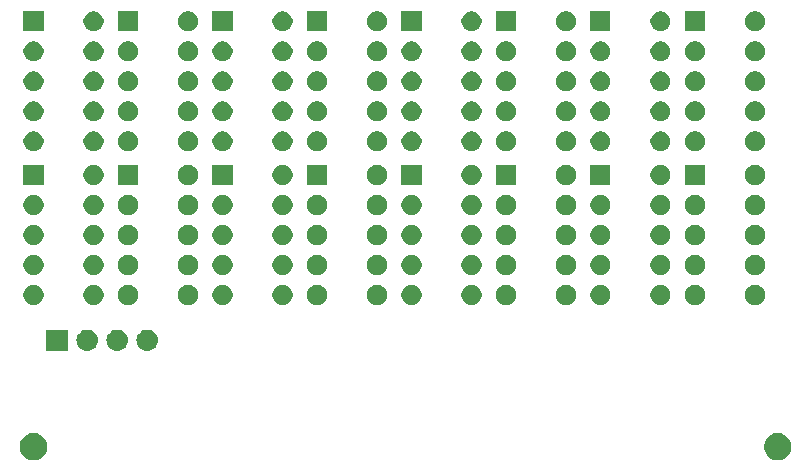
<source format=gbr>
G04 #@! TF.GenerationSoftware,KiCad,Pcbnew,(5.1.0-0)*
G04 #@! TF.CreationDate,2020-06-30T09:10:09+01:00*
G04 #@! TF.ProjectId,Display,44697370-6c61-4792-9e6b-696361645f70,rev?*
G04 #@! TF.SameCoordinates,Original*
G04 #@! TF.FileFunction,Soldermask,Bot*
G04 #@! TF.FilePolarity,Negative*
%FSLAX46Y46*%
G04 Gerber Fmt 4.6, Leading zero omitted, Abs format (unit mm)*
G04 Created by KiCad (PCBNEW (5.1.0-0)) date 2020-06-30 09:10:09*
%MOMM*%
%LPD*%
G04 APERTURE LIST*
%ADD10C,0.100000*%
G04 APERTURE END LIST*
D10*
G36*
X237224549Y-96871116D02*
G01*
X237335734Y-96893232D01*
X237545203Y-96979997D01*
X237733720Y-97105960D01*
X237894040Y-97266280D01*
X238020003Y-97454797D01*
X238106768Y-97664266D01*
X238151000Y-97886636D01*
X238151000Y-98113364D01*
X238106768Y-98335734D01*
X238020003Y-98545203D01*
X237894040Y-98733720D01*
X237733720Y-98894040D01*
X237545203Y-99020003D01*
X237335734Y-99106768D01*
X237224549Y-99128884D01*
X237113365Y-99151000D01*
X236886635Y-99151000D01*
X236775451Y-99128884D01*
X236664266Y-99106768D01*
X236454797Y-99020003D01*
X236266280Y-98894040D01*
X236105960Y-98733720D01*
X235979997Y-98545203D01*
X235893232Y-98335734D01*
X235849000Y-98113364D01*
X235849000Y-97886636D01*
X235893232Y-97664266D01*
X235979997Y-97454797D01*
X236105960Y-97266280D01*
X236266280Y-97105960D01*
X236454797Y-96979997D01*
X236664266Y-96893232D01*
X236775451Y-96871116D01*
X236886635Y-96849000D01*
X237113365Y-96849000D01*
X237224549Y-96871116D01*
X237224549Y-96871116D01*
G37*
G36*
X174224549Y-96871116D02*
G01*
X174335734Y-96893232D01*
X174545203Y-96979997D01*
X174733720Y-97105960D01*
X174894040Y-97266280D01*
X175020003Y-97454797D01*
X175106768Y-97664266D01*
X175151000Y-97886636D01*
X175151000Y-98113364D01*
X175106768Y-98335734D01*
X175020003Y-98545203D01*
X174894040Y-98733720D01*
X174733720Y-98894040D01*
X174545203Y-99020003D01*
X174335734Y-99106768D01*
X174224549Y-99128884D01*
X174113365Y-99151000D01*
X173886635Y-99151000D01*
X173775451Y-99128884D01*
X173664266Y-99106768D01*
X173454797Y-99020003D01*
X173266280Y-98894040D01*
X173105960Y-98733720D01*
X172979997Y-98545203D01*
X172893232Y-98335734D01*
X172849000Y-98113364D01*
X172849000Y-97886636D01*
X172893232Y-97664266D01*
X172979997Y-97454797D01*
X173105960Y-97266280D01*
X173266280Y-97105960D01*
X173454797Y-96979997D01*
X173664266Y-96893232D01*
X173775451Y-96871116D01*
X173886635Y-96849000D01*
X174113365Y-96849000D01*
X174224549Y-96871116D01*
X174224549Y-96871116D01*
G37*
G36*
X183730443Y-88105519D02*
G01*
X183796627Y-88112037D01*
X183966466Y-88163557D01*
X184122991Y-88247222D01*
X184158729Y-88276552D01*
X184260186Y-88359814D01*
X184343448Y-88461271D01*
X184372778Y-88497009D01*
X184456443Y-88653534D01*
X184507963Y-88823373D01*
X184525359Y-89000000D01*
X184507963Y-89176627D01*
X184456443Y-89346466D01*
X184372778Y-89502991D01*
X184343448Y-89538729D01*
X184260186Y-89640186D01*
X184158729Y-89723448D01*
X184122991Y-89752778D01*
X183966466Y-89836443D01*
X183796627Y-89887963D01*
X183730442Y-89894482D01*
X183664260Y-89901000D01*
X183575740Y-89901000D01*
X183509558Y-89894482D01*
X183443373Y-89887963D01*
X183273534Y-89836443D01*
X183117009Y-89752778D01*
X183081271Y-89723448D01*
X182979814Y-89640186D01*
X182896552Y-89538729D01*
X182867222Y-89502991D01*
X182783557Y-89346466D01*
X182732037Y-89176627D01*
X182714641Y-89000000D01*
X182732037Y-88823373D01*
X182783557Y-88653534D01*
X182867222Y-88497009D01*
X182896552Y-88461271D01*
X182979814Y-88359814D01*
X183081271Y-88276552D01*
X183117009Y-88247222D01*
X183273534Y-88163557D01*
X183443373Y-88112037D01*
X183509557Y-88105519D01*
X183575740Y-88099000D01*
X183664260Y-88099000D01*
X183730443Y-88105519D01*
X183730443Y-88105519D01*
G37*
G36*
X181190443Y-88105519D02*
G01*
X181256627Y-88112037D01*
X181426466Y-88163557D01*
X181582991Y-88247222D01*
X181618729Y-88276552D01*
X181720186Y-88359814D01*
X181803448Y-88461271D01*
X181832778Y-88497009D01*
X181916443Y-88653534D01*
X181967963Y-88823373D01*
X181985359Y-89000000D01*
X181967963Y-89176627D01*
X181916443Y-89346466D01*
X181832778Y-89502991D01*
X181803448Y-89538729D01*
X181720186Y-89640186D01*
X181618729Y-89723448D01*
X181582991Y-89752778D01*
X181426466Y-89836443D01*
X181256627Y-89887963D01*
X181190442Y-89894482D01*
X181124260Y-89901000D01*
X181035740Y-89901000D01*
X180969558Y-89894482D01*
X180903373Y-89887963D01*
X180733534Y-89836443D01*
X180577009Y-89752778D01*
X180541271Y-89723448D01*
X180439814Y-89640186D01*
X180356552Y-89538729D01*
X180327222Y-89502991D01*
X180243557Y-89346466D01*
X180192037Y-89176627D01*
X180174641Y-89000000D01*
X180192037Y-88823373D01*
X180243557Y-88653534D01*
X180327222Y-88497009D01*
X180356552Y-88461271D01*
X180439814Y-88359814D01*
X180541271Y-88276552D01*
X180577009Y-88247222D01*
X180733534Y-88163557D01*
X180903373Y-88112037D01*
X180969557Y-88105519D01*
X181035740Y-88099000D01*
X181124260Y-88099000D01*
X181190443Y-88105519D01*
X181190443Y-88105519D01*
G37*
G36*
X178650443Y-88105519D02*
G01*
X178716627Y-88112037D01*
X178886466Y-88163557D01*
X179042991Y-88247222D01*
X179078729Y-88276552D01*
X179180186Y-88359814D01*
X179263448Y-88461271D01*
X179292778Y-88497009D01*
X179376443Y-88653534D01*
X179427963Y-88823373D01*
X179445359Y-89000000D01*
X179427963Y-89176627D01*
X179376443Y-89346466D01*
X179292778Y-89502991D01*
X179263448Y-89538729D01*
X179180186Y-89640186D01*
X179078729Y-89723448D01*
X179042991Y-89752778D01*
X178886466Y-89836443D01*
X178716627Y-89887963D01*
X178650442Y-89894482D01*
X178584260Y-89901000D01*
X178495740Y-89901000D01*
X178429558Y-89894482D01*
X178363373Y-89887963D01*
X178193534Y-89836443D01*
X178037009Y-89752778D01*
X178001271Y-89723448D01*
X177899814Y-89640186D01*
X177816552Y-89538729D01*
X177787222Y-89502991D01*
X177703557Y-89346466D01*
X177652037Y-89176627D01*
X177634641Y-89000000D01*
X177652037Y-88823373D01*
X177703557Y-88653534D01*
X177787222Y-88497009D01*
X177816552Y-88461271D01*
X177899814Y-88359814D01*
X178001271Y-88276552D01*
X178037009Y-88247222D01*
X178193534Y-88163557D01*
X178363373Y-88112037D01*
X178429557Y-88105519D01*
X178495740Y-88099000D01*
X178584260Y-88099000D01*
X178650443Y-88105519D01*
X178650443Y-88105519D01*
G37*
G36*
X176901000Y-89901000D02*
G01*
X175099000Y-89901000D01*
X175099000Y-88099000D01*
X176901000Y-88099000D01*
X176901000Y-89901000D01*
X176901000Y-89901000D01*
G37*
G36*
X211328228Y-84341703D02*
G01*
X211483100Y-84405853D01*
X211622481Y-84498985D01*
X211741015Y-84617519D01*
X211834147Y-84756900D01*
X211898297Y-84911772D01*
X211931000Y-85076184D01*
X211931000Y-85243816D01*
X211898297Y-85408228D01*
X211834147Y-85563100D01*
X211741015Y-85702481D01*
X211622481Y-85821015D01*
X211483100Y-85914147D01*
X211328228Y-85978297D01*
X211163816Y-86011000D01*
X210996184Y-86011000D01*
X210831772Y-85978297D01*
X210676900Y-85914147D01*
X210537519Y-85821015D01*
X210418985Y-85702481D01*
X210325853Y-85563100D01*
X210261703Y-85408228D01*
X210229000Y-85243816D01*
X210229000Y-85076184D01*
X210261703Y-84911772D01*
X210325853Y-84756900D01*
X210418985Y-84617519D01*
X210537519Y-84498985D01*
X210676900Y-84405853D01*
X210831772Y-84341703D01*
X210996184Y-84309000D01*
X211163816Y-84309000D01*
X211328228Y-84341703D01*
X211328228Y-84341703D01*
G37*
G36*
X206248228Y-84341703D02*
G01*
X206403100Y-84405853D01*
X206542481Y-84498985D01*
X206661015Y-84617519D01*
X206754147Y-84756900D01*
X206818297Y-84911772D01*
X206851000Y-85076184D01*
X206851000Y-85243816D01*
X206818297Y-85408228D01*
X206754147Y-85563100D01*
X206661015Y-85702481D01*
X206542481Y-85821015D01*
X206403100Y-85914147D01*
X206248228Y-85978297D01*
X206083816Y-86011000D01*
X205916184Y-86011000D01*
X205751772Y-85978297D01*
X205596900Y-85914147D01*
X205457519Y-85821015D01*
X205338985Y-85702481D01*
X205245853Y-85563100D01*
X205181703Y-85408228D01*
X205149000Y-85243816D01*
X205149000Y-85076184D01*
X205181703Y-84911772D01*
X205245853Y-84756900D01*
X205338985Y-84617519D01*
X205457519Y-84498985D01*
X205596900Y-84405853D01*
X205751772Y-84341703D01*
X205916184Y-84309000D01*
X206083816Y-84309000D01*
X206248228Y-84341703D01*
X206248228Y-84341703D01*
G37*
G36*
X203328228Y-84341703D02*
G01*
X203483100Y-84405853D01*
X203622481Y-84498985D01*
X203741015Y-84617519D01*
X203834147Y-84756900D01*
X203898297Y-84911772D01*
X203931000Y-85076184D01*
X203931000Y-85243816D01*
X203898297Y-85408228D01*
X203834147Y-85563100D01*
X203741015Y-85702481D01*
X203622481Y-85821015D01*
X203483100Y-85914147D01*
X203328228Y-85978297D01*
X203163816Y-86011000D01*
X202996184Y-86011000D01*
X202831772Y-85978297D01*
X202676900Y-85914147D01*
X202537519Y-85821015D01*
X202418985Y-85702481D01*
X202325853Y-85563100D01*
X202261703Y-85408228D01*
X202229000Y-85243816D01*
X202229000Y-85076184D01*
X202261703Y-84911772D01*
X202325853Y-84756900D01*
X202418985Y-84617519D01*
X202537519Y-84498985D01*
X202676900Y-84405853D01*
X202831772Y-84341703D01*
X202996184Y-84309000D01*
X203163816Y-84309000D01*
X203328228Y-84341703D01*
X203328228Y-84341703D01*
G37*
G36*
X198248228Y-84341703D02*
G01*
X198403100Y-84405853D01*
X198542481Y-84498985D01*
X198661015Y-84617519D01*
X198754147Y-84756900D01*
X198818297Y-84911772D01*
X198851000Y-85076184D01*
X198851000Y-85243816D01*
X198818297Y-85408228D01*
X198754147Y-85563100D01*
X198661015Y-85702481D01*
X198542481Y-85821015D01*
X198403100Y-85914147D01*
X198248228Y-85978297D01*
X198083816Y-86011000D01*
X197916184Y-86011000D01*
X197751772Y-85978297D01*
X197596900Y-85914147D01*
X197457519Y-85821015D01*
X197338985Y-85702481D01*
X197245853Y-85563100D01*
X197181703Y-85408228D01*
X197149000Y-85243816D01*
X197149000Y-85076184D01*
X197181703Y-84911772D01*
X197245853Y-84756900D01*
X197338985Y-84617519D01*
X197457519Y-84498985D01*
X197596900Y-84405853D01*
X197751772Y-84341703D01*
X197916184Y-84309000D01*
X198083816Y-84309000D01*
X198248228Y-84341703D01*
X198248228Y-84341703D01*
G37*
G36*
X195328228Y-84341703D02*
G01*
X195483100Y-84405853D01*
X195622481Y-84498985D01*
X195741015Y-84617519D01*
X195834147Y-84756900D01*
X195898297Y-84911772D01*
X195931000Y-85076184D01*
X195931000Y-85243816D01*
X195898297Y-85408228D01*
X195834147Y-85563100D01*
X195741015Y-85702481D01*
X195622481Y-85821015D01*
X195483100Y-85914147D01*
X195328228Y-85978297D01*
X195163816Y-86011000D01*
X194996184Y-86011000D01*
X194831772Y-85978297D01*
X194676900Y-85914147D01*
X194537519Y-85821015D01*
X194418985Y-85702481D01*
X194325853Y-85563100D01*
X194261703Y-85408228D01*
X194229000Y-85243816D01*
X194229000Y-85076184D01*
X194261703Y-84911772D01*
X194325853Y-84756900D01*
X194418985Y-84617519D01*
X194537519Y-84498985D01*
X194676900Y-84405853D01*
X194831772Y-84341703D01*
X194996184Y-84309000D01*
X195163816Y-84309000D01*
X195328228Y-84341703D01*
X195328228Y-84341703D01*
G37*
G36*
X190248228Y-84341703D02*
G01*
X190403100Y-84405853D01*
X190542481Y-84498985D01*
X190661015Y-84617519D01*
X190754147Y-84756900D01*
X190818297Y-84911772D01*
X190851000Y-85076184D01*
X190851000Y-85243816D01*
X190818297Y-85408228D01*
X190754147Y-85563100D01*
X190661015Y-85702481D01*
X190542481Y-85821015D01*
X190403100Y-85914147D01*
X190248228Y-85978297D01*
X190083816Y-86011000D01*
X189916184Y-86011000D01*
X189751772Y-85978297D01*
X189596900Y-85914147D01*
X189457519Y-85821015D01*
X189338985Y-85702481D01*
X189245853Y-85563100D01*
X189181703Y-85408228D01*
X189149000Y-85243816D01*
X189149000Y-85076184D01*
X189181703Y-84911772D01*
X189245853Y-84756900D01*
X189338985Y-84617519D01*
X189457519Y-84498985D01*
X189596900Y-84405853D01*
X189751772Y-84341703D01*
X189916184Y-84309000D01*
X190083816Y-84309000D01*
X190248228Y-84341703D01*
X190248228Y-84341703D01*
G37*
G36*
X187328228Y-84341703D02*
G01*
X187483100Y-84405853D01*
X187622481Y-84498985D01*
X187741015Y-84617519D01*
X187834147Y-84756900D01*
X187898297Y-84911772D01*
X187931000Y-85076184D01*
X187931000Y-85243816D01*
X187898297Y-85408228D01*
X187834147Y-85563100D01*
X187741015Y-85702481D01*
X187622481Y-85821015D01*
X187483100Y-85914147D01*
X187328228Y-85978297D01*
X187163816Y-86011000D01*
X186996184Y-86011000D01*
X186831772Y-85978297D01*
X186676900Y-85914147D01*
X186537519Y-85821015D01*
X186418985Y-85702481D01*
X186325853Y-85563100D01*
X186261703Y-85408228D01*
X186229000Y-85243816D01*
X186229000Y-85076184D01*
X186261703Y-84911772D01*
X186325853Y-84756900D01*
X186418985Y-84617519D01*
X186537519Y-84498985D01*
X186676900Y-84405853D01*
X186831772Y-84341703D01*
X186996184Y-84309000D01*
X187163816Y-84309000D01*
X187328228Y-84341703D01*
X187328228Y-84341703D01*
G37*
G36*
X182248228Y-84341703D02*
G01*
X182403100Y-84405853D01*
X182542481Y-84498985D01*
X182661015Y-84617519D01*
X182754147Y-84756900D01*
X182818297Y-84911772D01*
X182851000Y-85076184D01*
X182851000Y-85243816D01*
X182818297Y-85408228D01*
X182754147Y-85563100D01*
X182661015Y-85702481D01*
X182542481Y-85821015D01*
X182403100Y-85914147D01*
X182248228Y-85978297D01*
X182083816Y-86011000D01*
X181916184Y-86011000D01*
X181751772Y-85978297D01*
X181596900Y-85914147D01*
X181457519Y-85821015D01*
X181338985Y-85702481D01*
X181245853Y-85563100D01*
X181181703Y-85408228D01*
X181149000Y-85243816D01*
X181149000Y-85076184D01*
X181181703Y-84911772D01*
X181245853Y-84756900D01*
X181338985Y-84617519D01*
X181457519Y-84498985D01*
X181596900Y-84405853D01*
X181751772Y-84341703D01*
X181916184Y-84309000D01*
X182083816Y-84309000D01*
X182248228Y-84341703D01*
X182248228Y-84341703D01*
G37*
G36*
X179328228Y-84341703D02*
G01*
X179483100Y-84405853D01*
X179622481Y-84498985D01*
X179741015Y-84617519D01*
X179834147Y-84756900D01*
X179898297Y-84911772D01*
X179931000Y-85076184D01*
X179931000Y-85243816D01*
X179898297Y-85408228D01*
X179834147Y-85563100D01*
X179741015Y-85702481D01*
X179622481Y-85821015D01*
X179483100Y-85914147D01*
X179328228Y-85978297D01*
X179163816Y-86011000D01*
X178996184Y-86011000D01*
X178831772Y-85978297D01*
X178676900Y-85914147D01*
X178537519Y-85821015D01*
X178418985Y-85702481D01*
X178325853Y-85563100D01*
X178261703Y-85408228D01*
X178229000Y-85243816D01*
X178229000Y-85076184D01*
X178261703Y-84911772D01*
X178325853Y-84756900D01*
X178418985Y-84617519D01*
X178537519Y-84498985D01*
X178676900Y-84405853D01*
X178831772Y-84341703D01*
X178996184Y-84309000D01*
X179163816Y-84309000D01*
X179328228Y-84341703D01*
X179328228Y-84341703D01*
G37*
G36*
X174248228Y-84341703D02*
G01*
X174403100Y-84405853D01*
X174542481Y-84498985D01*
X174661015Y-84617519D01*
X174754147Y-84756900D01*
X174818297Y-84911772D01*
X174851000Y-85076184D01*
X174851000Y-85243816D01*
X174818297Y-85408228D01*
X174754147Y-85563100D01*
X174661015Y-85702481D01*
X174542481Y-85821015D01*
X174403100Y-85914147D01*
X174248228Y-85978297D01*
X174083816Y-86011000D01*
X173916184Y-86011000D01*
X173751772Y-85978297D01*
X173596900Y-85914147D01*
X173457519Y-85821015D01*
X173338985Y-85702481D01*
X173245853Y-85563100D01*
X173181703Y-85408228D01*
X173149000Y-85243816D01*
X173149000Y-85076184D01*
X173181703Y-84911772D01*
X173245853Y-84756900D01*
X173338985Y-84617519D01*
X173457519Y-84498985D01*
X173596900Y-84405853D01*
X173751772Y-84341703D01*
X173916184Y-84309000D01*
X174083816Y-84309000D01*
X174248228Y-84341703D01*
X174248228Y-84341703D01*
G37*
G36*
X219328228Y-84341703D02*
G01*
X219483100Y-84405853D01*
X219622481Y-84498985D01*
X219741015Y-84617519D01*
X219834147Y-84756900D01*
X219898297Y-84911772D01*
X219931000Y-85076184D01*
X219931000Y-85243816D01*
X219898297Y-85408228D01*
X219834147Y-85563100D01*
X219741015Y-85702481D01*
X219622481Y-85821015D01*
X219483100Y-85914147D01*
X219328228Y-85978297D01*
X219163816Y-86011000D01*
X218996184Y-86011000D01*
X218831772Y-85978297D01*
X218676900Y-85914147D01*
X218537519Y-85821015D01*
X218418985Y-85702481D01*
X218325853Y-85563100D01*
X218261703Y-85408228D01*
X218229000Y-85243816D01*
X218229000Y-85076184D01*
X218261703Y-84911772D01*
X218325853Y-84756900D01*
X218418985Y-84617519D01*
X218537519Y-84498985D01*
X218676900Y-84405853D01*
X218831772Y-84341703D01*
X218996184Y-84309000D01*
X219163816Y-84309000D01*
X219328228Y-84341703D01*
X219328228Y-84341703D01*
G37*
G36*
X214248228Y-84341703D02*
G01*
X214403100Y-84405853D01*
X214542481Y-84498985D01*
X214661015Y-84617519D01*
X214754147Y-84756900D01*
X214818297Y-84911772D01*
X214851000Y-85076184D01*
X214851000Y-85243816D01*
X214818297Y-85408228D01*
X214754147Y-85563100D01*
X214661015Y-85702481D01*
X214542481Y-85821015D01*
X214403100Y-85914147D01*
X214248228Y-85978297D01*
X214083816Y-86011000D01*
X213916184Y-86011000D01*
X213751772Y-85978297D01*
X213596900Y-85914147D01*
X213457519Y-85821015D01*
X213338985Y-85702481D01*
X213245853Y-85563100D01*
X213181703Y-85408228D01*
X213149000Y-85243816D01*
X213149000Y-85076184D01*
X213181703Y-84911772D01*
X213245853Y-84756900D01*
X213338985Y-84617519D01*
X213457519Y-84498985D01*
X213596900Y-84405853D01*
X213751772Y-84341703D01*
X213916184Y-84309000D01*
X214083816Y-84309000D01*
X214248228Y-84341703D01*
X214248228Y-84341703D01*
G37*
G36*
X222248228Y-84341703D02*
G01*
X222403100Y-84405853D01*
X222542481Y-84498985D01*
X222661015Y-84617519D01*
X222754147Y-84756900D01*
X222818297Y-84911772D01*
X222851000Y-85076184D01*
X222851000Y-85243816D01*
X222818297Y-85408228D01*
X222754147Y-85563100D01*
X222661015Y-85702481D01*
X222542481Y-85821015D01*
X222403100Y-85914147D01*
X222248228Y-85978297D01*
X222083816Y-86011000D01*
X221916184Y-86011000D01*
X221751772Y-85978297D01*
X221596900Y-85914147D01*
X221457519Y-85821015D01*
X221338985Y-85702481D01*
X221245853Y-85563100D01*
X221181703Y-85408228D01*
X221149000Y-85243816D01*
X221149000Y-85076184D01*
X221181703Y-84911772D01*
X221245853Y-84756900D01*
X221338985Y-84617519D01*
X221457519Y-84498985D01*
X221596900Y-84405853D01*
X221751772Y-84341703D01*
X221916184Y-84309000D01*
X222083816Y-84309000D01*
X222248228Y-84341703D01*
X222248228Y-84341703D01*
G37*
G36*
X227328228Y-84341703D02*
G01*
X227483100Y-84405853D01*
X227622481Y-84498985D01*
X227741015Y-84617519D01*
X227834147Y-84756900D01*
X227898297Y-84911772D01*
X227931000Y-85076184D01*
X227931000Y-85243816D01*
X227898297Y-85408228D01*
X227834147Y-85563100D01*
X227741015Y-85702481D01*
X227622481Y-85821015D01*
X227483100Y-85914147D01*
X227328228Y-85978297D01*
X227163816Y-86011000D01*
X226996184Y-86011000D01*
X226831772Y-85978297D01*
X226676900Y-85914147D01*
X226537519Y-85821015D01*
X226418985Y-85702481D01*
X226325853Y-85563100D01*
X226261703Y-85408228D01*
X226229000Y-85243816D01*
X226229000Y-85076184D01*
X226261703Y-84911772D01*
X226325853Y-84756900D01*
X226418985Y-84617519D01*
X226537519Y-84498985D01*
X226676900Y-84405853D01*
X226831772Y-84341703D01*
X226996184Y-84309000D01*
X227163816Y-84309000D01*
X227328228Y-84341703D01*
X227328228Y-84341703D01*
G37*
G36*
X235328228Y-84341703D02*
G01*
X235483100Y-84405853D01*
X235622481Y-84498985D01*
X235741015Y-84617519D01*
X235834147Y-84756900D01*
X235898297Y-84911772D01*
X235931000Y-85076184D01*
X235931000Y-85243816D01*
X235898297Y-85408228D01*
X235834147Y-85563100D01*
X235741015Y-85702481D01*
X235622481Y-85821015D01*
X235483100Y-85914147D01*
X235328228Y-85978297D01*
X235163816Y-86011000D01*
X234996184Y-86011000D01*
X234831772Y-85978297D01*
X234676900Y-85914147D01*
X234537519Y-85821015D01*
X234418985Y-85702481D01*
X234325853Y-85563100D01*
X234261703Y-85408228D01*
X234229000Y-85243816D01*
X234229000Y-85076184D01*
X234261703Y-84911772D01*
X234325853Y-84756900D01*
X234418985Y-84617519D01*
X234537519Y-84498985D01*
X234676900Y-84405853D01*
X234831772Y-84341703D01*
X234996184Y-84309000D01*
X235163816Y-84309000D01*
X235328228Y-84341703D01*
X235328228Y-84341703D01*
G37*
G36*
X230248228Y-84341703D02*
G01*
X230403100Y-84405853D01*
X230542481Y-84498985D01*
X230661015Y-84617519D01*
X230754147Y-84756900D01*
X230818297Y-84911772D01*
X230851000Y-85076184D01*
X230851000Y-85243816D01*
X230818297Y-85408228D01*
X230754147Y-85563100D01*
X230661015Y-85702481D01*
X230542481Y-85821015D01*
X230403100Y-85914147D01*
X230248228Y-85978297D01*
X230083816Y-86011000D01*
X229916184Y-86011000D01*
X229751772Y-85978297D01*
X229596900Y-85914147D01*
X229457519Y-85821015D01*
X229338985Y-85702481D01*
X229245853Y-85563100D01*
X229181703Y-85408228D01*
X229149000Y-85243816D01*
X229149000Y-85076184D01*
X229181703Y-84911772D01*
X229245853Y-84756900D01*
X229338985Y-84617519D01*
X229457519Y-84498985D01*
X229596900Y-84405853D01*
X229751772Y-84341703D01*
X229916184Y-84309000D01*
X230083816Y-84309000D01*
X230248228Y-84341703D01*
X230248228Y-84341703D01*
G37*
G36*
X203328228Y-81801703D02*
G01*
X203483100Y-81865853D01*
X203622481Y-81958985D01*
X203741015Y-82077519D01*
X203834147Y-82216900D01*
X203898297Y-82371772D01*
X203931000Y-82536184D01*
X203931000Y-82703816D01*
X203898297Y-82868228D01*
X203834147Y-83023100D01*
X203741015Y-83162481D01*
X203622481Y-83281015D01*
X203483100Y-83374147D01*
X203328228Y-83438297D01*
X203163816Y-83471000D01*
X202996184Y-83471000D01*
X202831772Y-83438297D01*
X202676900Y-83374147D01*
X202537519Y-83281015D01*
X202418985Y-83162481D01*
X202325853Y-83023100D01*
X202261703Y-82868228D01*
X202229000Y-82703816D01*
X202229000Y-82536184D01*
X202261703Y-82371772D01*
X202325853Y-82216900D01*
X202418985Y-82077519D01*
X202537519Y-81958985D01*
X202676900Y-81865853D01*
X202831772Y-81801703D01*
X202996184Y-81769000D01*
X203163816Y-81769000D01*
X203328228Y-81801703D01*
X203328228Y-81801703D01*
G37*
G36*
X235328228Y-81801703D02*
G01*
X235483100Y-81865853D01*
X235622481Y-81958985D01*
X235741015Y-82077519D01*
X235834147Y-82216900D01*
X235898297Y-82371772D01*
X235931000Y-82536184D01*
X235931000Y-82703816D01*
X235898297Y-82868228D01*
X235834147Y-83023100D01*
X235741015Y-83162481D01*
X235622481Y-83281015D01*
X235483100Y-83374147D01*
X235328228Y-83438297D01*
X235163816Y-83471000D01*
X234996184Y-83471000D01*
X234831772Y-83438297D01*
X234676900Y-83374147D01*
X234537519Y-83281015D01*
X234418985Y-83162481D01*
X234325853Y-83023100D01*
X234261703Y-82868228D01*
X234229000Y-82703816D01*
X234229000Y-82536184D01*
X234261703Y-82371772D01*
X234325853Y-82216900D01*
X234418985Y-82077519D01*
X234537519Y-81958985D01*
X234676900Y-81865853D01*
X234831772Y-81801703D01*
X234996184Y-81769000D01*
X235163816Y-81769000D01*
X235328228Y-81801703D01*
X235328228Y-81801703D01*
G37*
G36*
X230248228Y-81801703D02*
G01*
X230403100Y-81865853D01*
X230542481Y-81958985D01*
X230661015Y-82077519D01*
X230754147Y-82216900D01*
X230818297Y-82371772D01*
X230851000Y-82536184D01*
X230851000Y-82703816D01*
X230818297Y-82868228D01*
X230754147Y-83023100D01*
X230661015Y-83162481D01*
X230542481Y-83281015D01*
X230403100Y-83374147D01*
X230248228Y-83438297D01*
X230083816Y-83471000D01*
X229916184Y-83471000D01*
X229751772Y-83438297D01*
X229596900Y-83374147D01*
X229457519Y-83281015D01*
X229338985Y-83162481D01*
X229245853Y-83023100D01*
X229181703Y-82868228D01*
X229149000Y-82703816D01*
X229149000Y-82536184D01*
X229181703Y-82371772D01*
X229245853Y-82216900D01*
X229338985Y-82077519D01*
X229457519Y-81958985D01*
X229596900Y-81865853D01*
X229751772Y-81801703D01*
X229916184Y-81769000D01*
X230083816Y-81769000D01*
X230248228Y-81801703D01*
X230248228Y-81801703D01*
G37*
G36*
X198248228Y-81801703D02*
G01*
X198403100Y-81865853D01*
X198542481Y-81958985D01*
X198661015Y-82077519D01*
X198754147Y-82216900D01*
X198818297Y-82371772D01*
X198851000Y-82536184D01*
X198851000Y-82703816D01*
X198818297Y-82868228D01*
X198754147Y-83023100D01*
X198661015Y-83162481D01*
X198542481Y-83281015D01*
X198403100Y-83374147D01*
X198248228Y-83438297D01*
X198083816Y-83471000D01*
X197916184Y-83471000D01*
X197751772Y-83438297D01*
X197596900Y-83374147D01*
X197457519Y-83281015D01*
X197338985Y-83162481D01*
X197245853Y-83023100D01*
X197181703Y-82868228D01*
X197149000Y-82703816D01*
X197149000Y-82536184D01*
X197181703Y-82371772D01*
X197245853Y-82216900D01*
X197338985Y-82077519D01*
X197457519Y-81958985D01*
X197596900Y-81865853D01*
X197751772Y-81801703D01*
X197916184Y-81769000D01*
X198083816Y-81769000D01*
X198248228Y-81801703D01*
X198248228Y-81801703D01*
G37*
G36*
X206248228Y-81801703D02*
G01*
X206403100Y-81865853D01*
X206542481Y-81958985D01*
X206661015Y-82077519D01*
X206754147Y-82216900D01*
X206818297Y-82371772D01*
X206851000Y-82536184D01*
X206851000Y-82703816D01*
X206818297Y-82868228D01*
X206754147Y-83023100D01*
X206661015Y-83162481D01*
X206542481Y-83281015D01*
X206403100Y-83374147D01*
X206248228Y-83438297D01*
X206083816Y-83471000D01*
X205916184Y-83471000D01*
X205751772Y-83438297D01*
X205596900Y-83374147D01*
X205457519Y-83281015D01*
X205338985Y-83162481D01*
X205245853Y-83023100D01*
X205181703Y-82868228D01*
X205149000Y-82703816D01*
X205149000Y-82536184D01*
X205181703Y-82371772D01*
X205245853Y-82216900D01*
X205338985Y-82077519D01*
X205457519Y-81958985D01*
X205596900Y-81865853D01*
X205751772Y-81801703D01*
X205916184Y-81769000D01*
X206083816Y-81769000D01*
X206248228Y-81801703D01*
X206248228Y-81801703D01*
G37*
G36*
X227328228Y-81801703D02*
G01*
X227483100Y-81865853D01*
X227622481Y-81958985D01*
X227741015Y-82077519D01*
X227834147Y-82216900D01*
X227898297Y-82371772D01*
X227931000Y-82536184D01*
X227931000Y-82703816D01*
X227898297Y-82868228D01*
X227834147Y-83023100D01*
X227741015Y-83162481D01*
X227622481Y-83281015D01*
X227483100Y-83374147D01*
X227328228Y-83438297D01*
X227163816Y-83471000D01*
X226996184Y-83471000D01*
X226831772Y-83438297D01*
X226676900Y-83374147D01*
X226537519Y-83281015D01*
X226418985Y-83162481D01*
X226325853Y-83023100D01*
X226261703Y-82868228D01*
X226229000Y-82703816D01*
X226229000Y-82536184D01*
X226261703Y-82371772D01*
X226325853Y-82216900D01*
X226418985Y-82077519D01*
X226537519Y-81958985D01*
X226676900Y-81865853D01*
X226831772Y-81801703D01*
X226996184Y-81769000D01*
X227163816Y-81769000D01*
X227328228Y-81801703D01*
X227328228Y-81801703D01*
G37*
G36*
X222248228Y-81801703D02*
G01*
X222403100Y-81865853D01*
X222542481Y-81958985D01*
X222661015Y-82077519D01*
X222754147Y-82216900D01*
X222818297Y-82371772D01*
X222851000Y-82536184D01*
X222851000Y-82703816D01*
X222818297Y-82868228D01*
X222754147Y-83023100D01*
X222661015Y-83162481D01*
X222542481Y-83281015D01*
X222403100Y-83374147D01*
X222248228Y-83438297D01*
X222083816Y-83471000D01*
X221916184Y-83471000D01*
X221751772Y-83438297D01*
X221596900Y-83374147D01*
X221457519Y-83281015D01*
X221338985Y-83162481D01*
X221245853Y-83023100D01*
X221181703Y-82868228D01*
X221149000Y-82703816D01*
X221149000Y-82536184D01*
X221181703Y-82371772D01*
X221245853Y-82216900D01*
X221338985Y-82077519D01*
X221457519Y-81958985D01*
X221596900Y-81865853D01*
X221751772Y-81801703D01*
X221916184Y-81769000D01*
X222083816Y-81769000D01*
X222248228Y-81801703D01*
X222248228Y-81801703D01*
G37*
G36*
X211328228Y-81801703D02*
G01*
X211483100Y-81865853D01*
X211622481Y-81958985D01*
X211741015Y-82077519D01*
X211834147Y-82216900D01*
X211898297Y-82371772D01*
X211931000Y-82536184D01*
X211931000Y-82703816D01*
X211898297Y-82868228D01*
X211834147Y-83023100D01*
X211741015Y-83162481D01*
X211622481Y-83281015D01*
X211483100Y-83374147D01*
X211328228Y-83438297D01*
X211163816Y-83471000D01*
X210996184Y-83471000D01*
X210831772Y-83438297D01*
X210676900Y-83374147D01*
X210537519Y-83281015D01*
X210418985Y-83162481D01*
X210325853Y-83023100D01*
X210261703Y-82868228D01*
X210229000Y-82703816D01*
X210229000Y-82536184D01*
X210261703Y-82371772D01*
X210325853Y-82216900D01*
X210418985Y-82077519D01*
X210537519Y-81958985D01*
X210676900Y-81865853D01*
X210831772Y-81801703D01*
X210996184Y-81769000D01*
X211163816Y-81769000D01*
X211328228Y-81801703D01*
X211328228Y-81801703D01*
G37*
G36*
X195328228Y-81801703D02*
G01*
X195483100Y-81865853D01*
X195622481Y-81958985D01*
X195741015Y-82077519D01*
X195834147Y-82216900D01*
X195898297Y-82371772D01*
X195931000Y-82536184D01*
X195931000Y-82703816D01*
X195898297Y-82868228D01*
X195834147Y-83023100D01*
X195741015Y-83162481D01*
X195622481Y-83281015D01*
X195483100Y-83374147D01*
X195328228Y-83438297D01*
X195163816Y-83471000D01*
X194996184Y-83471000D01*
X194831772Y-83438297D01*
X194676900Y-83374147D01*
X194537519Y-83281015D01*
X194418985Y-83162481D01*
X194325853Y-83023100D01*
X194261703Y-82868228D01*
X194229000Y-82703816D01*
X194229000Y-82536184D01*
X194261703Y-82371772D01*
X194325853Y-82216900D01*
X194418985Y-82077519D01*
X194537519Y-81958985D01*
X194676900Y-81865853D01*
X194831772Y-81801703D01*
X194996184Y-81769000D01*
X195163816Y-81769000D01*
X195328228Y-81801703D01*
X195328228Y-81801703D01*
G37*
G36*
X219328228Y-81801703D02*
G01*
X219483100Y-81865853D01*
X219622481Y-81958985D01*
X219741015Y-82077519D01*
X219834147Y-82216900D01*
X219898297Y-82371772D01*
X219931000Y-82536184D01*
X219931000Y-82703816D01*
X219898297Y-82868228D01*
X219834147Y-83023100D01*
X219741015Y-83162481D01*
X219622481Y-83281015D01*
X219483100Y-83374147D01*
X219328228Y-83438297D01*
X219163816Y-83471000D01*
X218996184Y-83471000D01*
X218831772Y-83438297D01*
X218676900Y-83374147D01*
X218537519Y-83281015D01*
X218418985Y-83162481D01*
X218325853Y-83023100D01*
X218261703Y-82868228D01*
X218229000Y-82703816D01*
X218229000Y-82536184D01*
X218261703Y-82371772D01*
X218325853Y-82216900D01*
X218418985Y-82077519D01*
X218537519Y-81958985D01*
X218676900Y-81865853D01*
X218831772Y-81801703D01*
X218996184Y-81769000D01*
X219163816Y-81769000D01*
X219328228Y-81801703D01*
X219328228Y-81801703D01*
G37*
G36*
X187328228Y-81801703D02*
G01*
X187483100Y-81865853D01*
X187622481Y-81958985D01*
X187741015Y-82077519D01*
X187834147Y-82216900D01*
X187898297Y-82371772D01*
X187931000Y-82536184D01*
X187931000Y-82703816D01*
X187898297Y-82868228D01*
X187834147Y-83023100D01*
X187741015Y-83162481D01*
X187622481Y-83281015D01*
X187483100Y-83374147D01*
X187328228Y-83438297D01*
X187163816Y-83471000D01*
X186996184Y-83471000D01*
X186831772Y-83438297D01*
X186676900Y-83374147D01*
X186537519Y-83281015D01*
X186418985Y-83162481D01*
X186325853Y-83023100D01*
X186261703Y-82868228D01*
X186229000Y-82703816D01*
X186229000Y-82536184D01*
X186261703Y-82371772D01*
X186325853Y-82216900D01*
X186418985Y-82077519D01*
X186537519Y-81958985D01*
X186676900Y-81865853D01*
X186831772Y-81801703D01*
X186996184Y-81769000D01*
X187163816Y-81769000D01*
X187328228Y-81801703D01*
X187328228Y-81801703D01*
G37*
G36*
X214248228Y-81801703D02*
G01*
X214403100Y-81865853D01*
X214542481Y-81958985D01*
X214661015Y-82077519D01*
X214754147Y-82216900D01*
X214818297Y-82371772D01*
X214851000Y-82536184D01*
X214851000Y-82703816D01*
X214818297Y-82868228D01*
X214754147Y-83023100D01*
X214661015Y-83162481D01*
X214542481Y-83281015D01*
X214403100Y-83374147D01*
X214248228Y-83438297D01*
X214083816Y-83471000D01*
X213916184Y-83471000D01*
X213751772Y-83438297D01*
X213596900Y-83374147D01*
X213457519Y-83281015D01*
X213338985Y-83162481D01*
X213245853Y-83023100D01*
X213181703Y-82868228D01*
X213149000Y-82703816D01*
X213149000Y-82536184D01*
X213181703Y-82371772D01*
X213245853Y-82216900D01*
X213338985Y-82077519D01*
X213457519Y-81958985D01*
X213596900Y-81865853D01*
X213751772Y-81801703D01*
X213916184Y-81769000D01*
X214083816Y-81769000D01*
X214248228Y-81801703D01*
X214248228Y-81801703D01*
G37*
G36*
X182248228Y-81801703D02*
G01*
X182403100Y-81865853D01*
X182542481Y-81958985D01*
X182661015Y-82077519D01*
X182754147Y-82216900D01*
X182818297Y-82371772D01*
X182851000Y-82536184D01*
X182851000Y-82703816D01*
X182818297Y-82868228D01*
X182754147Y-83023100D01*
X182661015Y-83162481D01*
X182542481Y-83281015D01*
X182403100Y-83374147D01*
X182248228Y-83438297D01*
X182083816Y-83471000D01*
X181916184Y-83471000D01*
X181751772Y-83438297D01*
X181596900Y-83374147D01*
X181457519Y-83281015D01*
X181338985Y-83162481D01*
X181245853Y-83023100D01*
X181181703Y-82868228D01*
X181149000Y-82703816D01*
X181149000Y-82536184D01*
X181181703Y-82371772D01*
X181245853Y-82216900D01*
X181338985Y-82077519D01*
X181457519Y-81958985D01*
X181596900Y-81865853D01*
X181751772Y-81801703D01*
X181916184Y-81769000D01*
X182083816Y-81769000D01*
X182248228Y-81801703D01*
X182248228Y-81801703D01*
G37*
G36*
X190248228Y-81801703D02*
G01*
X190403100Y-81865853D01*
X190542481Y-81958985D01*
X190661015Y-82077519D01*
X190754147Y-82216900D01*
X190818297Y-82371772D01*
X190851000Y-82536184D01*
X190851000Y-82703816D01*
X190818297Y-82868228D01*
X190754147Y-83023100D01*
X190661015Y-83162481D01*
X190542481Y-83281015D01*
X190403100Y-83374147D01*
X190248228Y-83438297D01*
X190083816Y-83471000D01*
X189916184Y-83471000D01*
X189751772Y-83438297D01*
X189596900Y-83374147D01*
X189457519Y-83281015D01*
X189338985Y-83162481D01*
X189245853Y-83023100D01*
X189181703Y-82868228D01*
X189149000Y-82703816D01*
X189149000Y-82536184D01*
X189181703Y-82371772D01*
X189245853Y-82216900D01*
X189338985Y-82077519D01*
X189457519Y-81958985D01*
X189596900Y-81865853D01*
X189751772Y-81801703D01*
X189916184Y-81769000D01*
X190083816Y-81769000D01*
X190248228Y-81801703D01*
X190248228Y-81801703D01*
G37*
G36*
X174248228Y-81801703D02*
G01*
X174403100Y-81865853D01*
X174542481Y-81958985D01*
X174661015Y-82077519D01*
X174754147Y-82216900D01*
X174818297Y-82371772D01*
X174851000Y-82536184D01*
X174851000Y-82703816D01*
X174818297Y-82868228D01*
X174754147Y-83023100D01*
X174661015Y-83162481D01*
X174542481Y-83281015D01*
X174403100Y-83374147D01*
X174248228Y-83438297D01*
X174083816Y-83471000D01*
X173916184Y-83471000D01*
X173751772Y-83438297D01*
X173596900Y-83374147D01*
X173457519Y-83281015D01*
X173338985Y-83162481D01*
X173245853Y-83023100D01*
X173181703Y-82868228D01*
X173149000Y-82703816D01*
X173149000Y-82536184D01*
X173181703Y-82371772D01*
X173245853Y-82216900D01*
X173338985Y-82077519D01*
X173457519Y-81958985D01*
X173596900Y-81865853D01*
X173751772Y-81801703D01*
X173916184Y-81769000D01*
X174083816Y-81769000D01*
X174248228Y-81801703D01*
X174248228Y-81801703D01*
G37*
G36*
X179328228Y-81801703D02*
G01*
X179483100Y-81865853D01*
X179622481Y-81958985D01*
X179741015Y-82077519D01*
X179834147Y-82216900D01*
X179898297Y-82371772D01*
X179931000Y-82536184D01*
X179931000Y-82703816D01*
X179898297Y-82868228D01*
X179834147Y-83023100D01*
X179741015Y-83162481D01*
X179622481Y-83281015D01*
X179483100Y-83374147D01*
X179328228Y-83438297D01*
X179163816Y-83471000D01*
X178996184Y-83471000D01*
X178831772Y-83438297D01*
X178676900Y-83374147D01*
X178537519Y-83281015D01*
X178418985Y-83162481D01*
X178325853Y-83023100D01*
X178261703Y-82868228D01*
X178229000Y-82703816D01*
X178229000Y-82536184D01*
X178261703Y-82371772D01*
X178325853Y-82216900D01*
X178418985Y-82077519D01*
X178537519Y-81958985D01*
X178676900Y-81865853D01*
X178831772Y-81801703D01*
X178996184Y-81769000D01*
X179163816Y-81769000D01*
X179328228Y-81801703D01*
X179328228Y-81801703D01*
G37*
G36*
X235328228Y-79261703D02*
G01*
X235483100Y-79325853D01*
X235622481Y-79418985D01*
X235741015Y-79537519D01*
X235834147Y-79676900D01*
X235898297Y-79831772D01*
X235931000Y-79996184D01*
X235931000Y-80163816D01*
X235898297Y-80328228D01*
X235834147Y-80483100D01*
X235741015Y-80622481D01*
X235622481Y-80741015D01*
X235483100Y-80834147D01*
X235328228Y-80898297D01*
X235163816Y-80931000D01*
X234996184Y-80931000D01*
X234831772Y-80898297D01*
X234676900Y-80834147D01*
X234537519Y-80741015D01*
X234418985Y-80622481D01*
X234325853Y-80483100D01*
X234261703Y-80328228D01*
X234229000Y-80163816D01*
X234229000Y-79996184D01*
X234261703Y-79831772D01*
X234325853Y-79676900D01*
X234418985Y-79537519D01*
X234537519Y-79418985D01*
X234676900Y-79325853D01*
X234831772Y-79261703D01*
X234996184Y-79229000D01*
X235163816Y-79229000D01*
X235328228Y-79261703D01*
X235328228Y-79261703D01*
G37*
G36*
X179328228Y-79261703D02*
G01*
X179483100Y-79325853D01*
X179622481Y-79418985D01*
X179741015Y-79537519D01*
X179834147Y-79676900D01*
X179898297Y-79831772D01*
X179931000Y-79996184D01*
X179931000Y-80163816D01*
X179898297Y-80328228D01*
X179834147Y-80483100D01*
X179741015Y-80622481D01*
X179622481Y-80741015D01*
X179483100Y-80834147D01*
X179328228Y-80898297D01*
X179163816Y-80931000D01*
X178996184Y-80931000D01*
X178831772Y-80898297D01*
X178676900Y-80834147D01*
X178537519Y-80741015D01*
X178418985Y-80622481D01*
X178325853Y-80483100D01*
X178261703Y-80328228D01*
X178229000Y-80163816D01*
X178229000Y-79996184D01*
X178261703Y-79831772D01*
X178325853Y-79676900D01*
X178418985Y-79537519D01*
X178537519Y-79418985D01*
X178676900Y-79325853D01*
X178831772Y-79261703D01*
X178996184Y-79229000D01*
X179163816Y-79229000D01*
X179328228Y-79261703D01*
X179328228Y-79261703D01*
G37*
G36*
X190248228Y-79261703D02*
G01*
X190403100Y-79325853D01*
X190542481Y-79418985D01*
X190661015Y-79537519D01*
X190754147Y-79676900D01*
X190818297Y-79831772D01*
X190851000Y-79996184D01*
X190851000Y-80163816D01*
X190818297Y-80328228D01*
X190754147Y-80483100D01*
X190661015Y-80622481D01*
X190542481Y-80741015D01*
X190403100Y-80834147D01*
X190248228Y-80898297D01*
X190083816Y-80931000D01*
X189916184Y-80931000D01*
X189751772Y-80898297D01*
X189596900Y-80834147D01*
X189457519Y-80741015D01*
X189338985Y-80622481D01*
X189245853Y-80483100D01*
X189181703Y-80328228D01*
X189149000Y-80163816D01*
X189149000Y-79996184D01*
X189181703Y-79831772D01*
X189245853Y-79676900D01*
X189338985Y-79537519D01*
X189457519Y-79418985D01*
X189596900Y-79325853D01*
X189751772Y-79261703D01*
X189916184Y-79229000D01*
X190083816Y-79229000D01*
X190248228Y-79261703D01*
X190248228Y-79261703D01*
G37*
G36*
X227328228Y-79261703D02*
G01*
X227483100Y-79325853D01*
X227622481Y-79418985D01*
X227741015Y-79537519D01*
X227834147Y-79676900D01*
X227898297Y-79831772D01*
X227931000Y-79996184D01*
X227931000Y-80163816D01*
X227898297Y-80328228D01*
X227834147Y-80483100D01*
X227741015Y-80622481D01*
X227622481Y-80741015D01*
X227483100Y-80834147D01*
X227328228Y-80898297D01*
X227163816Y-80931000D01*
X226996184Y-80931000D01*
X226831772Y-80898297D01*
X226676900Y-80834147D01*
X226537519Y-80741015D01*
X226418985Y-80622481D01*
X226325853Y-80483100D01*
X226261703Y-80328228D01*
X226229000Y-80163816D01*
X226229000Y-79996184D01*
X226261703Y-79831772D01*
X226325853Y-79676900D01*
X226418985Y-79537519D01*
X226537519Y-79418985D01*
X226676900Y-79325853D01*
X226831772Y-79261703D01*
X226996184Y-79229000D01*
X227163816Y-79229000D01*
X227328228Y-79261703D01*
X227328228Y-79261703D01*
G37*
G36*
X230248228Y-79261703D02*
G01*
X230403100Y-79325853D01*
X230542481Y-79418985D01*
X230661015Y-79537519D01*
X230754147Y-79676900D01*
X230818297Y-79831772D01*
X230851000Y-79996184D01*
X230851000Y-80163816D01*
X230818297Y-80328228D01*
X230754147Y-80483100D01*
X230661015Y-80622481D01*
X230542481Y-80741015D01*
X230403100Y-80834147D01*
X230248228Y-80898297D01*
X230083816Y-80931000D01*
X229916184Y-80931000D01*
X229751772Y-80898297D01*
X229596900Y-80834147D01*
X229457519Y-80741015D01*
X229338985Y-80622481D01*
X229245853Y-80483100D01*
X229181703Y-80328228D01*
X229149000Y-80163816D01*
X229149000Y-79996184D01*
X229181703Y-79831772D01*
X229245853Y-79676900D01*
X229338985Y-79537519D01*
X229457519Y-79418985D01*
X229596900Y-79325853D01*
X229751772Y-79261703D01*
X229916184Y-79229000D01*
X230083816Y-79229000D01*
X230248228Y-79261703D01*
X230248228Y-79261703D01*
G37*
G36*
X174248228Y-79261703D02*
G01*
X174403100Y-79325853D01*
X174542481Y-79418985D01*
X174661015Y-79537519D01*
X174754147Y-79676900D01*
X174818297Y-79831772D01*
X174851000Y-79996184D01*
X174851000Y-80163816D01*
X174818297Y-80328228D01*
X174754147Y-80483100D01*
X174661015Y-80622481D01*
X174542481Y-80741015D01*
X174403100Y-80834147D01*
X174248228Y-80898297D01*
X174083816Y-80931000D01*
X173916184Y-80931000D01*
X173751772Y-80898297D01*
X173596900Y-80834147D01*
X173457519Y-80741015D01*
X173338985Y-80622481D01*
X173245853Y-80483100D01*
X173181703Y-80328228D01*
X173149000Y-80163816D01*
X173149000Y-79996184D01*
X173181703Y-79831772D01*
X173245853Y-79676900D01*
X173338985Y-79537519D01*
X173457519Y-79418985D01*
X173596900Y-79325853D01*
X173751772Y-79261703D01*
X173916184Y-79229000D01*
X174083816Y-79229000D01*
X174248228Y-79261703D01*
X174248228Y-79261703D01*
G37*
G36*
X222248228Y-79261703D02*
G01*
X222403100Y-79325853D01*
X222542481Y-79418985D01*
X222661015Y-79537519D01*
X222754147Y-79676900D01*
X222818297Y-79831772D01*
X222851000Y-79996184D01*
X222851000Y-80163816D01*
X222818297Y-80328228D01*
X222754147Y-80483100D01*
X222661015Y-80622481D01*
X222542481Y-80741015D01*
X222403100Y-80834147D01*
X222248228Y-80898297D01*
X222083816Y-80931000D01*
X221916184Y-80931000D01*
X221751772Y-80898297D01*
X221596900Y-80834147D01*
X221457519Y-80741015D01*
X221338985Y-80622481D01*
X221245853Y-80483100D01*
X221181703Y-80328228D01*
X221149000Y-80163816D01*
X221149000Y-79996184D01*
X221181703Y-79831772D01*
X221245853Y-79676900D01*
X221338985Y-79537519D01*
X221457519Y-79418985D01*
X221596900Y-79325853D01*
X221751772Y-79261703D01*
X221916184Y-79229000D01*
X222083816Y-79229000D01*
X222248228Y-79261703D01*
X222248228Y-79261703D01*
G37*
G36*
X214248228Y-79261703D02*
G01*
X214403100Y-79325853D01*
X214542481Y-79418985D01*
X214661015Y-79537519D01*
X214754147Y-79676900D01*
X214818297Y-79831772D01*
X214851000Y-79996184D01*
X214851000Y-80163816D01*
X214818297Y-80328228D01*
X214754147Y-80483100D01*
X214661015Y-80622481D01*
X214542481Y-80741015D01*
X214403100Y-80834147D01*
X214248228Y-80898297D01*
X214083816Y-80931000D01*
X213916184Y-80931000D01*
X213751772Y-80898297D01*
X213596900Y-80834147D01*
X213457519Y-80741015D01*
X213338985Y-80622481D01*
X213245853Y-80483100D01*
X213181703Y-80328228D01*
X213149000Y-80163816D01*
X213149000Y-79996184D01*
X213181703Y-79831772D01*
X213245853Y-79676900D01*
X213338985Y-79537519D01*
X213457519Y-79418985D01*
X213596900Y-79325853D01*
X213751772Y-79261703D01*
X213916184Y-79229000D01*
X214083816Y-79229000D01*
X214248228Y-79261703D01*
X214248228Y-79261703D01*
G37*
G36*
X182248228Y-79261703D02*
G01*
X182403100Y-79325853D01*
X182542481Y-79418985D01*
X182661015Y-79537519D01*
X182754147Y-79676900D01*
X182818297Y-79831772D01*
X182851000Y-79996184D01*
X182851000Y-80163816D01*
X182818297Y-80328228D01*
X182754147Y-80483100D01*
X182661015Y-80622481D01*
X182542481Y-80741015D01*
X182403100Y-80834147D01*
X182248228Y-80898297D01*
X182083816Y-80931000D01*
X181916184Y-80931000D01*
X181751772Y-80898297D01*
X181596900Y-80834147D01*
X181457519Y-80741015D01*
X181338985Y-80622481D01*
X181245853Y-80483100D01*
X181181703Y-80328228D01*
X181149000Y-80163816D01*
X181149000Y-79996184D01*
X181181703Y-79831772D01*
X181245853Y-79676900D01*
X181338985Y-79537519D01*
X181457519Y-79418985D01*
X181596900Y-79325853D01*
X181751772Y-79261703D01*
X181916184Y-79229000D01*
X182083816Y-79229000D01*
X182248228Y-79261703D01*
X182248228Y-79261703D01*
G37*
G36*
X219328228Y-79261703D02*
G01*
X219483100Y-79325853D01*
X219622481Y-79418985D01*
X219741015Y-79537519D01*
X219834147Y-79676900D01*
X219898297Y-79831772D01*
X219931000Y-79996184D01*
X219931000Y-80163816D01*
X219898297Y-80328228D01*
X219834147Y-80483100D01*
X219741015Y-80622481D01*
X219622481Y-80741015D01*
X219483100Y-80834147D01*
X219328228Y-80898297D01*
X219163816Y-80931000D01*
X218996184Y-80931000D01*
X218831772Y-80898297D01*
X218676900Y-80834147D01*
X218537519Y-80741015D01*
X218418985Y-80622481D01*
X218325853Y-80483100D01*
X218261703Y-80328228D01*
X218229000Y-80163816D01*
X218229000Y-79996184D01*
X218261703Y-79831772D01*
X218325853Y-79676900D01*
X218418985Y-79537519D01*
X218537519Y-79418985D01*
X218676900Y-79325853D01*
X218831772Y-79261703D01*
X218996184Y-79229000D01*
X219163816Y-79229000D01*
X219328228Y-79261703D01*
X219328228Y-79261703D01*
G37*
G36*
X211328228Y-79261703D02*
G01*
X211483100Y-79325853D01*
X211622481Y-79418985D01*
X211741015Y-79537519D01*
X211834147Y-79676900D01*
X211898297Y-79831772D01*
X211931000Y-79996184D01*
X211931000Y-80163816D01*
X211898297Y-80328228D01*
X211834147Y-80483100D01*
X211741015Y-80622481D01*
X211622481Y-80741015D01*
X211483100Y-80834147D01*
X211328228Y-80898297D01*
X211163816Y-80931000D01*
X210996184Y-80931000D01*
X210831772Y-80898297D01*
X210676900Y-80834147D01*
X210537519Y-80741015D01*
X210418985Y-80622481D01*
X210325853Y-80483100D01*
X210261703Y-80328228D01*
X210229000Y-80163816D01*
X210229000Y-79996184D01*
X210261703Y-79831772D01*
X210325853Y-79676900D01*
X210418985Y-79537519D01*
X210537519Y-79418985D01*
X210676900Y-79325853D01*
X210831772Y-79261703D01*
X210996184Y-79229000D01*
X211163816Y-79229000D01*
X211328228Y-79261703D01*
X211328228Y-79261703D01*
G37*
G36*
X187328228Y-79261703D02*
G01*
X187483100Y-79325853D01*
X187622481Y-79418985D01*
X187741015Y-79537519D01*
X187834147Y-79676900D01*
X187898297Y-79831772D01*
X187931000Y-79996184D01*
X187931000Y-80163816D01*
X187898297Y-80328228D01*
X187834147Y-80483100D01*
X187741015Y-80622481D01*
X187622481Y-80741015D01*
X187483100Y-80834147D01*
X187328228Y-80898297D01*
X187163816Y-80931000D01*
X186996184Y-80931000D01*
X186831772Y-80898297D01*
X186676900Y-80834147D01*
X186537519Y-80741015D01*
X186418985Y-80622481D01*
X186325853Y-80483100D01*
X186261703Y-80328228D01*
X186229000Y-80163816D01*
X186229000Y-79996184D01*
X186261703Y-79831772D01*
X186325853Y-79676900D01*
X186418985Y-79537519D01*
X186537519Y-79418985D01*
X186676900Y-79325853D01*
X186831772Y-79261703D01*
X186996184Y-79229000D01*
X187163816Y-79229000D01*
X187328228Y-79261703D01*
X187328228Y-79261703D01*
G37*
G36*
X195328228Y-79261703D02*
G01*
X195483100Y-79325853D01*
X195622481Y-79418985D01*
X195741015Y-79537519D01*
X195834147Y-79676900D01*
X195898297Y-79831772D01*
X195931000Y-79996184D01*
X195931000Y-80163816D01*
X195898297Y-80328228D01*
X195834147Y-80483100D01*
X195741015Y-80622481D01*
X195622481Y-80741015D01*
X195483100Y-80834147D01*
X195328228Y-80898297D01*
X195163816Y-80931000D01*
X194996184Y-80931000D01*
X194831772Y-80898297D01*
X194676900Y-80834147D01*
X194537519Y-80741015D01*
X194418985Y-80622481D01*
X194325853Y-80483100D01*
X194261703Y-80328228D01*
X194229000Y-80163816D01*
X194229000Y-79996184D01*
X194261703Y-79831772D01*
X194325853Y-79676900D01*
X194418985Y-79537519D01*
X194537519Y-79418985D01*
X194676900Y-79325853D01*
X194831772Y-79261703D01*
X194996184Y-79229000D01*
X195163816Y-79229000D01*
X195328228Y-79261703D01*
X195328228Y-79261703D01*
G37*
G36*
X206248228Y-79261703D02*
G01*
X206403100Y-79325853D01*
X206542481Y-79418985D01*
X206661015Y-79537519D01*
X206754147Y-79676900D01*
X206818297Y-79831772D01*
X206851000Y-79996184D01*
X206851000Y-80163816D01*
X206818297Y-80328228D01*
X206754147Y-80483100D01*
X206661015Y-80622481D01*
X206542481Y-80741015D01*
X206403100Y-80834147D01*
X206248228Y-80898297D01*
X206083816Y-80931000D01*
X205916184Y-80931000D01*
X205751772Y-80898297D01*
X205596900Y-80834147D01*
X205457519Y-80741015D01*
X205338985Y-80622481D01*
X205245853Y-80483100D01*
X205181703Y-80328228D01*
X205149000Y-80163816D01*
X205149000Y-79996184D01*
X205181703Y-79831772D01*
X205245853Y-79676900D01*
X205338985Y-79537519D01*
X205457519Y-79418985D01*
X205596900Y-79325853D01*
X205751772Y-79261703D01*
X205916184Y-79229000D01*
X206083816Y-79229000D01*
X206248228Y-79261703D01*
X206248228Y-79261703D01*
G37*
G36*
X203328228Y-79261703D02*
G01*
X203483100Y-79325853D01*
X203622481Y-79418985D01*
X203741015Y-79537519D01*
X203834147Y-79676900D01*
X203898297Y-79831772D01*
X203931000Y-79996184D01*
X203931000Y-80163816D01*
X203898297Y-80328228D01*
X203834147Y-80483100D01*
X203741015Y-80622481D01*
X203622481Y-80741015D01*
X203483100Y-80834147D01*
X203328228Y-80898297D01*
X203163816Y-80931000D01*
X202996184Y-80931000D01*
X202831772Y-80898297D01*
X202676900Y-80834147D01*
X202537519Y-80741015D01*
X202418985Y-80622481D01*
X202325853Y-80483100D01*
X202261703Y-80328228D01*
X202229000Y-80163816D01*
X202229000Y-79996184D01*
X202261703Y-79831772D01*
X202325853Y-79676900D01*
X202418985Y-79537519D01*
X202537519Y-79418985D01*
X202676900Y-79325853D01*
X202831772Y-79261703D01*
X202996184Y-79229000D01*
X203163816Y-79229000D01*
X203328228Y-79261703D01*
X203328228Y-79261703D01*
G37*
G36*
X198248228Y-79261703D02*
G01*
X198403100Y-79325853D01*
X198542481Y-79418985D01*
X198661015Y-79537519D01*
X198754147Y-79676900D01*
X198818297Y-79831772D01*
X198851000Y-79996184D01*
X198851000Y-80163816D01*
X198818297Y-80328228D01*
X198754147Y-80483100D01*
X198661015Y-80622481D01*
X198542481Y-80741015D01*
X198403100Y-80834147D01*
X198248228Y-80898297D01*
X198083816Y-80931000D01*
X197916184Y-80931000D01*
X197751772Y-80898297D01*
X197596900Y-80834147D01*
X197457519Y-80741015D01*
X197338985Y-80622481D01*
X197245853Y-80483100D01*
X197181703Y-80328228D01*
X197149000Y-80163816D01*
X197149000Y-79996184D01*
X197181703Y-79831772D01*
X197245853Y-79676900D01*
X197338985Y-79537519D01*
X197457519Y-79418985D01*
X197596900Y-79325853D01*
X197751772Y-79261703D01*
X197916184Y-79229000D01*
X198083816Y-79229000D01*
X198248228Y-79261703D01*
X198248228Y-79261703D01*
G37*
G36*
X198248228Y-76721703D02*
G01*
X198403100Y-76785853D01*
X198542481Y-76878985D01*
X198661015Y-76997519D01*
X198754147Y-77136900D01*
X198818297Y-77291772D01*
X198851000Y-77456184D01*
X198851000Y-77623816D01*
X198818297Y-77788228D01*
X198754147Y-77943100D01*
X198661015Y-78082481D01*
X198542481Y-78201015D01*
X198403100Y-78294147D01*
X198248228Y-78358297D01*
X198083816Y-78391000D01*
X197916184Y-78391000D01*
X197751772Y-78358297D01*
X197596900Y-78294147D01*
X197457519Y-78201015D01*
X197338985Y-78082481D01*
X197245853Y-77943100D01*
X197181703Y-77788228D01*
X197149000Y-77623816D01*
X197149000Y-77456184D01*
X197181703Y-77291772D01*
X197245853Y-77136900D01*
X197338985Y-76997519D01*
X197457519Y-76878985D01*
X197596900Y-76785853D01*
X197751772Y-76721703D01*
X197916184Y-76689000D01*
X198083816Y-76689000D01*
X198248228Y-76721703D01*
X198248228Y-76721703D01*
G37*
G36*
X203328228Y-76721703D02*
G01*
X203483100Y-76785853D01*
X203622481Y-76878985D01*
X203741015Y-76997519D01*
X203834147Y-77136900D01*
X203898297Y-77291772D01*
X203931000Y-77456184D01*
X203931000Y-77623816D01*
X203898297Y-77788228D01*
X203834147Y-77943100D01*
X203741015Y-78082481D01*
X203622481Y-78201015D01*
X203483100Y-78294147D01*
X203328228Y-78358297D01*
X203163816Y-78391000D01*
X202996184Y-78391000D01*
X202831772Y-78358297D01*
X202676900Y-78294147D01*
X202537519Y-78201015D01*
X202418985Y-78082481D01*
X202325853Y-77943100D01*
X202261703Y-77788228D01*
X202229000Y-77623816D01*
X202229000Y-77456184D01*
X202261703Y-77291772D01*
X202325853Y-77136900D01*
X202418985Y-76997519D01*
X202537519Y-76878985D01*
X202676900Y-76785853D01*
X202831772Y-76721703D01*
X202996184Y-76689000D01*
X203163816Y-76689000D01*
X203328228Y-76721703D01*
X203328228Y-76721703D01*
G37*
G36*
X195328228Y-76721703D02*
G01*
X195483100Y-76785853D01*
X195622481Y-76878985D01*
X195741015Y-76997519D01*
X195834147Y-77136900D01*
X195898297Y-77291772D01*
X195931000Y-77456184D01*
X195931000Y-77623816D01*
X195898297Y-77788228D01*
X195834147Y-77943100D01*
X195741015Y-78082481D01*
X195622481Y-78201015D01*
X195483100Y-78294147D01*
X195328228Y-78358297D01*
X195163816Y-78391000D01*
X194996184Y-78391000D01*
X194831772Y-78358297D01*
X194676900Y-78294147D01*
X194537519Y-78201015D01*
X194418985Y-78082481D01*
X194325853Y-77943100D01*
X194261703Y-77788228D01*
X194229000Y-77623816D01*
X194229000Y-77456184D01*
X194261703Y-77291772D01*
X194325853Y-77136900D01*
X194418985Y-76997519D01*
X194537519Y-76878985D01*
X194676900Y-76785853D01*
X194831772Y-76721703D01*
X194996184Y-76689000D01*
X195163816Y-76689000D01*
X195328228Y-76721703D01*
X195328228Y-76721703D01*
G37*
G36*
X206248228Y-76721703D02*
G01*
X206403100Y-76785853D01*
X206542481Y-76878985D01*
X206661015Y-76997519D01*
X206754147Y-77136900D01*
X206818297Y-77291772D01*
X206851000Y-77456184D01*
X206851000Y-77623816D01*
X206818297Y-77788228D01*
X206754147Y-77943100D01*
X206661015Y-78082481D01*
X206542481Y-78201015D01*
X206403100Y-78294147D01*
X206248228Y-78358297D01*
X206083816Y-78391000D01*
X205916184Y-78391000D01*
X205751772Y-78358297D01*
X205596900Y-78294147D01*
X205457519Y-78201015D01*
X205338985Y-78082481D01*
X205245853Y-77943100D01*
X205181703Y-77788228D01*
X205149000Y-77623816D01*
X205149000Y-77456184D01*
X205181703Y-77291772D01*
X205245853Y-77136900D01*
X205338985Y-76997519D01*
X205457519Y-76878985D01*
X205596900Y-76785853D01*
X205751772Y-76721703D01*
X205916184Y-76689000D01*
X206083816Y-76689000D01*
X206248228Y-76721703D01*
X206248228Y-76721703D01*
G37*
G36*
X211328228Y-76721703D02*
G01*
X211483100Y-76785853D01*
X211622481Y-76878985D01*
X211741015Y-76997519D01*
X211834147Y-77136900D01*
X211898297Y-77291772D01*
X211931000Y-77456184D01*
X211931000Y-77623816D01*
X211898297Y-77788228D01*
X211834147Y-77943100D01*
X211741015Y-78082481D01*
X211622481Y-78201015D01*
X211483100Y-78294147D01*
X211328228Y-78358297D01*
X211163816Y-78391000D01*
X210996184Y-78391000D01*
X210831772Y-78358297D01*
X210676900Y-78294147D01*
X210537519Y-78201015D01*
X210418985Y-78082481D01*
X210325853Y-77943100D01*
X210261703Y-77788228D01*
X210229000Y-77623816D01*
X210229000Y-77456184D01*
X210261703Y-77291772D01*
X210325853Y-77136900D01*
X210418985Y-76997519D01*
X210537519Y-76878985D01*
X210676900Y-76785853D01*
X210831772Y-76721703D01*
X210996184Y-76689000D01*
X211163816Y-76689000D01*
X211328228Y-76721703D01*
X211328228Y-76721703D01*
G37*
G36*
X219328228Y-76721703D02*
G01*
X219483100Y-76785853D01*
X219622481Y-76878985D01*
X219741015Y-76997519D01*
X219834147Y-77136900D01*
X219898297Y-77291772D01*
X219931000Y-77456184D01*
X219931000Y-77623816D01*
X219898297Y-77788228D01*
X219834147Y-77943100D01*
X219741015Y-78082481D01*
X219622481Y-78201015D01*
X219483100Y-78294147D01*
X219328228Y-78358297D01*
X219163816Y-78391000D01*
X218996184Y-78391000D01*
X218831772Y-78358297D01*
X218676900Y-78294147D01*
X218537519Y-78201015D01*
X218418985Y-78082481D01*
X218325853Y-77943100D01*
X218261703Y-77788228D01*
X218229000Y-77623816D01*
X218229000Y-77456184D01*
X218261703Y-77291772D01*
X218325853Y-77136900D01*
X218418985Y-76997519D01*
X218537519Y-76878985D01*
X218676900Y-76785853D01*
X218831772Y-76721703D01*
X218996184Y-76689000D01*
X219163816Y-76689000D01*
X219328228Y-76721703D01*
X219328228Y-76721703D01*
G37*
G36*
X214248228Y-76721703D02*
G01*
X214403100Y-76785853D01*
X214542481Y-76878985D01*
X214661015Y-76997519D01*
X214754147Y-77136900D01*
X214818297Y-77291772D01*
X214851000Y-77456184D01*
X214851000Y-77623816D01*
X214818297Y-77788228D01*
X214754147Y-77943100D01*
X214661015Y-78082481D01*
X214542481Y-78201015D01*
X214403100Y-78294147D01*
X214248228Y-78358297D01*
X214083816Y-78391000D01*
X213916184Y-78391000D01*
X213751772Y-78358297D01*
X213596900Y-78294147D01*
X213457519Y-78201015D01*
X213338985Y-78082481D01*
X213245853Y-77943100D01*
X213181703Y-77788228D01*
X213149000Y-77623816D01*
X213149000Y-77456184D01*
X213181703Y-77291772D01*
X213245853Y-77136900D01*
X213338985Y-76997519D01*
X213457519Y-76878985D01*
X213596900Y-76785853D01*
X213751772Y-76721703D01*
X213916184Y-76689000D01*
X214083816Y-76689000D01*
X214248228Y-76721703D01*
X214248228Y-76721703D01*
G37*
G36*
X222248228Y-76721703D02*
G01*
X222403100Y-76785853D01*
X222542481Y-76878985D01*
X222661015Y-76997519D01*
X222754147Y-77136900D01*
X222818297Y-77291772D01*
X222851000Y-77456184D01*
X222851000Y-77623816D01*
X222818297Y-77788228D01*
X222754147Y-77943100D01*
X222661015Y-78082481D01*
X222542481Y-78201015D01*
X222403100Y-78294147D01*
X222248228Y-78358297D01*
X222083816Y-78391000D01*
X221916184Y-78391000D01*
X221751772Y-78358297D01*
X221596900Y-78294147D01*
X221457519Y-78201015D01*
X221338985Y-78082481D01*
X221245853Y-77943100D01*
X221181703Y-77788228D01*
X221149000Y-77623816D01*
X221149000Y-77456184D01*
X221181703Y-77291772D01*
X221245853Y-77136900D01*
X221338985Y-76997519D01*
X221457519Y-76878985D01*
X221596900Y-76785853D01*
X221751772Y-76721703D01*
X221916184Y-76689000D01*
X222083816Y-76689000D01*
X222248228Y-76721703D01*
X222248228Y-76721703D01*
G37*
G36*
X227328228Y-76721703D02*
G01*
X227483100Y-76785853D01*
X227622481Y-76878985D01*
X227741015Y-76997519D01*
X227834147Y-77136900D01*
X227898297Y-77291772D01*
X227931000Y-77456184D01*
X227931000Y-77623816D01*
X227898297Y-77788228D01*
X227834147Y-77943100D01*
X227741015Y-78082481D01*
X227622481Y-78201015D01*
X227483100Y-78294147D01*
X227328228Y-78358297D01*
X227163816Y-78391000D01*
X226996184Y-78391000D01*
X226831772Y-78358297D01*
X226676900Y-78294147D01*
X226537519Y-78201015D01*
X226418985Y-78082481D01*
X226325853Y-77943100D01*
X226261703Y-77788228D01*
X226229000Y-77623816D01*
X226229000Y-77456184D01*
X226261703Y-77291772D01*
X226325853Y-77136900D01*
X226418985Y-76997519D01*
X226537519Y-76878985D01*
X226676900Y-76785853D01*
X226831772Y-76721703D01*
X226996184Y-76689000D01*
X227163816Y-76689000D01*
X227328228Y-76721703D01*
X227328228Y-76721703D01*
G37*
G36*
X190248228Y-76721703D02*
G01*
X190403100Y-76785853D01*
X190542481Y-76878985D01*
X190661015Y-76997519D01*
X190754147Y-77136900D01*
X190818297Y-77291772D01*
X190851000Y-77456184D01*
X190851000Y-77623816D01*
X190818297Y-77788228D01*
X190754147Y-77943100D01*
X190661015Y-78082481D01*
X190542481Y-78201015D01*
X190403100Y-78294147D01*
X190248228Y-78358297D01*
X190083816Y-78391000D01*
X189916184Y-78391000D01*
X189751772Y-78358297D01*
X189596900Y-78294147D01*
X189457519Y-78201015D01*
X189338985Y-78082481D01*
X189245853Y-77943100D01*
X189181703Y-77788228D01*
X189149000Y-77623816D01*
X189149000Y-77456184D01*
X189181703Y-77291772D01*
X189245853Y-77136900D01*
X189338985Y-76997519D01*
X189457519Y-76878985D01*
X189596900Y-76785853D01*
X189751772Y-76721703D01*
X189916184Y-76689000D01*
X190083816Y-76689000D01*
X190248228Y-76721703D01*
X190248228Y-76721703D01*
G37*
G36*
X179328228Y-76721703D02*
G01*
X179483100Y-76785853D01*
X179622481Y-76878985D01*
X179741015Y-76997519D01*
X179834147Y-77136900D01*
X179898297Y-77291772D01*
X179931000Y-77456184D01*
X179931000Y-77623816D01*
X179898297Y-77788228D01*
X179834147Y-77943100D01*
X179741015Y-78082481D01*
X179622481Y-78201015D01*
X179483100Y-78294147D01*
X179328228Y-78358297D01*
X179163816Y-78391000D01*
X178996184Y-78391000D01*
X178831772Y-78358297D01*
X178676900Y-78294147D01*
X178537519Y-78201015D01*
X178418985Y-78082481D01*
X178325853Y-77943100D01*
X178261703Y-77788228D01*
X178229000Y-77623816D01*
X178229000Y-77456184D01*
X178261703Y-77291772D01*
X178325853Y-77136900D01*
X178418985Y-76997519D01*
X178537519Y-76878985D01*
X178676900Y-76785853D01*
X178831772Y-76721703D01*
X178996184Y-76689000D01*
X179163816Y-76689000D01*
X179328228Y-76721703D01*
X179328228Y-76721703D01*
G37*
G36*
X235328228Y-76721703D02*
G01*
X235483100Y-76785853D01*
X235622481Y-76878985D01*
X235741015Y-76997519D01*
X235834147Y-77136900D01*
X235898297Y-77291772D01*
X235931000Y-77456184D01*
X235931000Y-77623816D01*
X235898297Y-77788228D01*
X235834147Y-77943100D01*
X235741015Y-78082481D01*
X235622481Y-78201015D01*
X235483100Y-78294147D01*
X235328228Y-78358297D01*
X235163816Y-78391000D01*
X234996184Y-78391000D01*
X234831772Y-78358297D01*
X234676900Y-78294147D01*
X234537519Y-78201015D01*
X234418985Y-78082481D01*
X234325853Y-77943100D01*
X234261703Y-77788228D01*
X234229000Y-77623816D01*
X234229000Y-77456184D01*
X234261703Y-77291772D01*
X234325853Y-77136900D01*
X234418985Y-76997519D01*
X234537519Y-76878985D01*
X234676900Y-76785853D01*
X234831772Y-76721703D01*
X234996184Y-76689000D01*
X235163816Y-76689000D01*
X235328228Y-76721703D01*
X235328228Y-76721703D01*
G37*
G36*
X230248228Y-76721703D02*
G01*
X230403100Y-76785853D01*
X230542481Y-76878985D01*
X230661015Y-76997519D01*
X230754147Y-77136900D01*
X230818297Y-77291772D01*
X230851000Y-77456184D01*
X230851000Y-77623816D01*
X230818297Y-77788228D01*
X230754147Y-77943100D01*
X230661015Y-78082481D01*
X230542481Y-78201015D01*
X230403100Y-78294147D01*
X230248228Y-78358297D01*
X230083816Y-78391000D01*
X229916184Y-78391000D01*
X229751772Y-78358297D01*
X229596900Y-78294147D01*
X229457519Y-78201015D01*
X229338985Y-78082481D01*
X229245853Y-77943100D01*
X229181703Y-77788228D01*
X229149000Y-77623816D01*
X229149000Y-77456184D01*
X229181703Y-77291772D01*
X229245853Y-77136900D01*
X229338985Y-76997519D01*
X229457519Y-76878985D01*
X229596900Y-76785853D01*
X229751772Y-76721703D01*
X229916184Y-76689000D01*
X230083816Y-76689000D01*
X230248228Y-76721703D01*
X230248228Y-76721703D01*
G37*
G36*
X174248228Y-76721703D02*
G01*
X174403100Y-76785853D01*
X174542481Y-76878985D01*
X174661015Y-76997519D01*
X174754147Y-77136900D01*
X174818297Y-77291772D01*
X174851000Y-77456184D01*
X174851000Y-77623816D01*
X174818297Y-77788228D01*
X174754147Y-77943100D01*
X174661015Y-78082481D01*
X174542481Y-78201015D01*
X174403100Y-78294147D01*
X174248228Y-78358297D01*
X174083816Y-78391000D01*
X173916184Y-78391000D01*
X173751772Y-78358297D01*
X173596900Y-78294147D01*
X173457519Y-78201015D01*
X173338985Y-78082481D01*
X173245853Y-77943100D01*
X173181703Y-77788228D01*
X173149000Y-77623816D01*
X173149000Y-77456184D01*
X173181703Y-77291772D01*
X173245853Y-77136900D01*
X173338985Y-76997519D01*
X173457519Y-76878985D01*
X173596900Y-76785853D01*
X173751772Y-76721703D01*
X173916184Y-76689000D01*
X174083816Y-76689000D01*
X174248228Y-76721703D01*
X174248228Y-76721703D01*
G37*
G36*
X182248228Y-76721703D02*
G01*
X182403100Y-76785853D01*
X182542481Y-76878985D01*
X182661015Y-76997519D01*
X182754147Y-77136900D01*
X182818297Y-77291772D01*
X182851000Y-77456184D01*
X182851000Y-77623816D01*
X182818297Y-77788228D01*
X182754147Y-77943100D01*
X182661015Y-78082481D01*
X182542481Y-78201015D01*
X182403100Y-78294147D01*
X182248228Y-78358297D01*
X182083816Y-78391000D01*
X181916184Y-78391000D01*
X181751772Y-78358297D01*
X181596900Y-78294147D01*
X181457519Y-78201015D01*
X181338985Y-78082481D01*
X181245853Y-77943100D01*
X181181703Y-77788228D01*
X181149000Y-77623816D01*
X181149000Y-77456184D01*
X181181703Y-77291772D01*
X181245853Y-77136900D01*
X181338985Y-76997519D01*
X181457519Y-76878985D01*
X181596900Y-76785853D01*
X181751772Y-76721703D01*
X181916184Y-76689000D01*
X182083816Y-76689000D01*
X182248228Y-76721703D01*
X182248228Y-76721703D01*
G37*
G36*
X187328228Y-76721703D02*
G01*
X187483100Y-76785853D01*
X187622481Y-76878985D01*
X187741015Y-76997519D01*
X187834147Y-77136900D01*
X187898297Y-77291772D01*
X187931000Y-77456184D01*
X187931000Y-77623816D01*
X187898297Y-77788228D01*
X187834147Y-77943100D01*
X187741015Y-78082481D01*
X187622481Y-78201015D01*
X187483100Y-78294147D01*
X187328228Y-78358297D01*
X187163816Y-78391000D01*
X186996184Y-78391000D01*
X186831772Y-78358297D01*
X186676900Y-78294147D01*
X186537519Y-78201015D01*
X186418985Y-78082481D01*
X186325853Y-77943100D01*
X186261703Y-77788228D01*
X186229000Y-77623816D01*
X186229000Y-77456184D01*
X186261703Y-77291772D01*
X186325853Y-77136900D01*
X186418985Y-76997519D01*
X186537519Y-76878985D01*
X186676900Y-76785853D01*
X186831772Y-76721703D01*
X186996184Y-76689000D01*
X187163816Y-76689000D01*
X187328228Y-76721703D01*
X187328228Y-76721703D01*
G37*
G36*
X187328228Y-74181703D02*
G01*
X187483100Y-74245853D01*
X187622481Y-74338985D01*
X187741015Y-74457519D01*
X187834147Y-74596900D01*
X187898297Y-74751772D01*
X187931000Y-74916184D01*
X187931000Y-75083816D01*
X187898297Y-75248228D01*
X187834147Y-75403100D01*
X187741015Y-75542481D01*
X187622481Y-75661015D01*
X187483100Y-75754147D01*
X187328228Y-75818297D01*
X187163816Y-75851000D01*
X186996184Y-75851000D01*
X186831772Y-75818297D01*
X186676900Y-75754147D01*
X186537519Y-75661015D01*
X186418985Y-75542481D01*
X186325853Y-75403100D01*
X186261703Y-75248228D01*
X186229000Y-75083816D01*
X186229000Y-74916184D01*
X186261703Y-74751772D01*
X186325853Y-74596900D01*
X186418985Y-74457519D01*
X186537519Y-74338985D01*
X186676900Y-74245853D01*
X186831772Y-74181703D01*
X186996184Y-74149000D01*
X187163816Y-74149000D01*
X187328228Y-74181703D01*
X187328228Y-74181703D01*
G37*
G36*
X230851000Y-75851000D02*
G01*
X229149000Y-75851000D01*
X229149000Y-74149000D01*
X230851000Y-74149000D01*
X230851000Y-75851000D01*
X230851000Y-75851000D01*
G37*
G36*
X235328228Y-74181703D02*
G01*
X235483100Y-74245853D01*
X235622481Y-74338985D01*
X235741015Y-74457519D01*
X235834147Y-74596900D01*
X235898297Y-74751772D01*
X235931000Y-74916184D01*
X235931000Y-75083816D01*
X235898297Y-75248228D01*
X235834147Y-75403100D01*
X235741015Y-75542481D01*
X235622481Y-75661015D01*
X235483100Y-75754147D01*
X235328228Y-75818297D01*
X235163816Y-75851000D01*
X234996184Y-75851000D01*
X234831772Y-75818297D01*
X234676900Y-75754147D01*
X234537519Y-75661015D01*
X234418985Y-75542481D01*
X234325853Y-75403100D01*
X234261703Y-75248228D01*
X234229000Y-75083816D01*
X234229000Y-74916184D01*
X234261703Y-74751772D01*
X234325853Y-74596900D01*
X234418985Y-74457519D01*
X234537519Y-74338985D01*
X234676900Y-74245853D01*
X234831772Y-74181703D01*
X234996184Y-74149000D01*
X235163816Y-74149000D01*
X235328228Y-74181703D01*
X235328228Y-74181703D01*
G37*
G36*
X227328228Y-74181703D02*
G01*
X227483100Y-74245853D01*
X227622481Y-74338985D01*
X227741015Y-74457519D01*
X227834147Y-74596900D01*
X227898297Y-74751772D01*
X227931000Y-74916184D01*
X227931000Y-75083816D01*
X227898297Y-75248228D01*
X227834147Y-75403100D01*
X227741015Y-75542481D01*
X227622481Y-75661015D01*
X227483100Y-75754147D01*
X227328228Y-75818297D01*
X227163816Y-75851000D01*
X226996184Y-75851000D01*
X226831772Y-75818297D01*
X226676900Y-75754147D01*
X226537519Y-75661015D01*
X226418985Y-75542481D01*
X226325853Y-75403100D01*
X226261703Y-75248228D01*
X226229000Y-75083816D01*
X226229000Y-74916184D01*
X226261703Y-74751772D01*
X226325853Y-74596900D01*
X226418985Y-74457519D01*
X226537519Y-74338985D01*
X226676900Y-74245853D01*
X226831772Y-74181703D01*
X226996184Y-74149000D01*
X227163816Y-74149000D01*
X227328228Y-74181703D01*
X227328228Y-74181703D01*
G37*
G36*
X222851000Y-75851000D02*
G01*
X221149000Y-75851000D01*
X221149000Y-74149000D01*
X222851000Y-74149000D01*
X222851000Y-75851000D01*
X222851000Y-75851000D01*
G37*
G36*
X219328228Y-74181703D02*
G01*
X219483100Y-74245853D01*
X219622481Y-74338985D01*
X219741015Y-74457519D01*
X219834147Y-74596900D01*
X219898297Y-74751772D01*
X219931000Y-74916184D01*
X219931000Y-75083816D01*
X219898297Y-75248228D01*
X219834147Y-75403100D01*
X219741015Y-75542481D01*
X219622481Y-75661015D01*
X219483100Y-75754147D01*
X219328228Y-75818297D01*
X219163816Y-75851000D01*
X218996184Y-75851000D01*
X218831772Y-75818297D01*
X218676900Y-75754147D01*
X218537519Y-75661015D01*
X218418985Y-75542481D01*
X218325853Y-75403100D01*
X218261703Y-75248228D01*
X218229000Y-75083816D01*
X218229000Y-74916184D01*
X218261703Y-74751772D01*
X218325853Y-74596900D01*
X218418985Y-74457519D01*
X218537519Y-74338985D01*
X218676900Y-74245853D01*
X218831772Y-74181703D01*
X218996184Y-74149000D01*
X219163816Y-74149000D01*
X219328228Y-74181703D01*
X219328228Y-74181703D01*
G37*
G36*
X214851000Y-75851000D02*
G01*
X213149000Y-75851000D01*
X213149000Y-74149000D01*
X214851000Y-74149000D01*
X214851000Y-75851000D01*
X214851000Y-75851000D01*
G37*
G36*
X211328228Y-74181703D02*
G01*
X211483100Y-74245853D01*
X211622481Y-74338985D01*
X211741015Y-74457519D01*
X211834147Y-74596900D01*
X211898297Y-74751772D01*
X211931000Y-74916184D01*
X211931000Y-75083816D01*
X211898297Y-75248228D01*
X211834147Y-75403100D01*
X211741015Y-75542481D01*
X211622481Y-75661015D01*
X211483100Y-75754147D01*
X211328228Y-75818297D01*
X211163816Y-75851000D01*
X210996184Y-75851000D01*
X210831772Y-75818297D01*
X210676900Y-75754147D01*
X210537519Y-75661015D01*
X210418985Y-75542481D01*
X210325853Y-75403100D01*
X210261703Y-75248228D01*
X210229000Y-75083816D01*
X210229000Y-74916184D01*
X210261703Y-74751772D01*
X210325853Y-74596900D01*
X210418985Y-74457519D01*
X210537519Y-74338985D01*
X210676900Y-74245853D01*
X210831772Y-74181703D01*
X210996184Y-74149000D01*
X211163816Y-74149000D01*
X211328228Y-74181703D01*
X211328228Y-74181703D01*
G37*
G36*
X206851000Y-75851000D02*
G01*
X205149000Y-75851000D01*
X205149000Y-74149000D01*
X206851000Y-74149000D01*
X206851000Y-75851000D01*
X206851000Y-75851000D01*
G37*
G36*
X203328228Y-74181703D02*
G01*
X203483100Y-74245853D01*
X203622481Y-74338985D01*
X203741015Y-74457519D01*
X203834147Y-74596900D01*
X203898297Y-74751772D01*
X203931000Y-74916184D01*
X203931000Y-75083816D01*
X203898297Y-75248228D01*
X203834147Y-75403100D01*
X203741015Y-75542481D01*
X203622481Y-75661015D01*
X203483100Y-75754147D01*
X203328228Y-75818297D01*
X203163816Y-75851000D01*
X202996184Y-75851000D01*
X202831772Y-75818297D01*
X202676900Y-75754147D01*
X202537519Y-75661015D01*
X202418985Y-75542481D01*
X202325853Y-75403100D01*
X202261703Y-75248228D01*
X202229000Y-75083816D01*
X202229000Y-74916184D01*
X202261703Y-74751772D01*
X202325853Y-74596900D01*
X202418985Y-74457519D01*
X202537519Y-74338985D01*
X202676900Y-74245853D01*
X202831772Y-74181703D01*
X202996184Y-74149000D01*
X203163816Y-74149000D01*
X203328228Y-74181703D01*
X203328228Y-74181703D01*
G37*
G36*
X198851000Y-75851000D02*
G01*
X197149000Y-75851000D01*
X197149000Y-74149000D01*
X198851000Y-74149000D01*
X198851000Y-75851000D01*
X198851000Y-75851000D01*
G37*
G36*
X195328228Y-74181703D02*
G01*
X195483100Y-74245853D01*
X195622481Y-74338985D01*
X195741015Y-74457519D01*
X195834147Y-74596900D01*
X195898297Y-74751772D01*
X195931000Y-74916184D01*
X195931000Y-75083816D01*
X195898297Y-75248228D01*
X195834147Y-75403100D01*
X195741015Y-75542481D01*
X195622481Y-75661015D01*
X195483100Y-75754147D01*
X195328228Y-75818297D01*
X195163816Y-75851000D01*
X194996184Y-75851000D01*
X194831772Y-75818297D01*
X194676900Y-75754147D01*
X194537519Y-75661015D01*
X194418985Y-75542481D01*
X194325853Y-75403100D01*
X194261703Y-75248228D01*
X194229000Y-75083816D01*
X194229000Y-74916184D01*
X194261703Y-74751772D01*
X194325853Y-74596900D01*
X194418985Y-74457519D01*
X194537519Y-74338985D01*
X194676900Y-74245853D01*
X194831772Y-74181703D01*
X194996184Y-74149000D01*
X195163816Y-74149000D01*
X195328228Y-74181703D01*
X195328228Y-74181703D01*
G37*
G36*
X190851000Y-75851000D02*
G01*
X189149000Y-75851000D01*
X189149000Y-74149000D01*
X190851000Y-74149000D01*
X190851000Y-75851000D01*
X190851000Y-75851000D01*
G37*
G36*
X182851000Y-75851000D02*
G01*
X181149000Y-75851000D01*
X181149000Y-74149000D01*
X182851000Y-74149000D01*
X182851000Y-75851000D01*
X182851000Y-75851000D01*
G37*
G36*
X179328228Y-74181703D02*
G01*
X179483100Y-74245853D01*
X179622481Y-74338985D01*
X179741015Y-74457519D01*
X179834147Y-74596900D01*
X179898297Y-74751772D01*
X179931000Y-74916184D01*
X179931000Y-75083816D01*
X179898297Y-75248228D01*
X179834147Y-75403100D01*
X179741015Y-75542481D01*
X179622481Y-75661015D01*
X179483100Y-75754147D01*
X179328228Y-75818297D01*
X179163816Y-75851000D01*
X178996184Y-75851000D01*
X178831772Y-75818297D01*
X178676900Y-75754147D01*
X178537519Y-75661015D01*
X178418985Y-75542481D01*
X178325853Y-75403100D01*
X178261703Y-75248228D01*
X178229000Y-75083816D01*
X178229000Y-74916184D01*
X178261703Y-74751772D01*
X178325853Y-74596900D01*
X178418985Y-74457519D01*
X178537519Y-74338985D01*
X178676900Y-74245853D01*
X178831772Y-74181703D01*
X178996184Y-74149000D01*
X179163816Y-74149000D01*
X179328228Y-74181703D01*
X179328228Y-74181703D01*
G37*
G36*
X174851000Y-75851000D02*
G01*
X173149000Y-75851000D01*
X173149000Y-74149000D01*
X174851000Y-74149000D01*
X174851000Y-75851000D01*
X174851000Y-75851000D01*
G37*
G36*
X219328228Y-71341703D02*
G01*
X219483100Y-71405853D01*
X219622481Y-71498985D01*
X219741015Y-71617519D01*
X219834147Y-71756900D01*
X219898297Y-71911772D01*
X219931000Y-72076184D01*
X219931000Y-72243816D01*
X219898297Y-72408228D01*
X219834147Y-72563100D01*
X219741015Y-72702481D01*
X219622481Y-72821015D01*
X219483100Y-72914147D01*
X219328228Y-72978297D01*
X219163816Y-73011000D01*
X218996184Y-73011000D01*
X218831772Y-72978297D01*
X218676900Y-72914147D01*
X218537519Y-72821015D01*
X218418985Y-72702481D01*
X218325853Y-72563100D01*
X218261703Y-72408228D01*
X218229000Y-72243816D01*
X218229000Y-72076184D01*
X218261703Y-71911772D01*
X218325853Y-71756900D01*
X218418985Y-71617519D01*
X218537519Y-71498985D01*
X218676900Y-71405853D01*
X218831772Y-71341703D01*
X218996184Y-71309000D01*
X219163816Y-71309000D01*
X219328228Y-71341703D01*
X219328228Y-71341703D01*
G37*
G36*
X174248228Y-71341703D02*
G01*
X174403100Y-71405853D01*
X174542481Y-71498985D01*
X174661015Y-71617519D01*
X174754147Y-71756900D01*
X174818297Y-71911772D01*
X174851000Y-72076184D01*
X174851000Y-72243816D01*
X174818297Y-72408228D01*
X174754147Y-72563100D01*
X174661015Y-72702481D01*
X174542481Y-72821015D01*
X174403100Y-72914147D01*
X174248228Y-72978297D01*
X174083816Y-73011000D01*
X173916184Y-73011000D01*
X173751772Y-72978297D01*
X173596900Y-72914147D01*
X173457519Y-72821015D01*
X173338985Y-72702481D01*
X173245853Y-72563100D01*
X173181703Y-72408228D01*
X173149000Y-72243816D01*
X173149000Y-72076184D01*
X173181703Y-71911772D01*
X173245853Y-71756900D01*
X173338985Y-71617519D01*
X173457519Y-71498985D01*
X173596900Y-71405853D01*
X173751772Y-71341703D01*
X173916184Y-71309000D01*
X174083816Y-71309000D01*
X174248228Y-71341703D01*
X174248228Y-71341703D01*
G37*
G36*
X214248228Y-71341703D02*
G01*
X214403100Y-71405853D01*
X214542481Y-71498985D01*
X214661015Y-71617519D01*
X214754147Y-71756900D01*
X214818297Y-71911772D01*
X214851000Y-72076184D01*
X214851000Y-72243816D01*
X214818297Y-72408228D01*
X214754147Y-72563100D01*
X214661015Y-72702481D01*
X214542481Y-72821015D01*
X214403100Y-72914147D01*
X214248228Y-72978297D01*
X214083816Y-73011000D01*
X213916184Y-73011000D01*
X213751772Y-72978297D01*
X213596900Y-72914147D01*
X213457519Y-72821015D01*
X213338985Y-72702481D01*
X213245853Y-72563100D01*
X213181703Y-72408228D01*
X213149000Y-72243816D01*
X213149000Y-72076184D01*
X213181703Y-71911772D01*
X213245853Y-71756900D01*
X213338985Y-71617519D01*
X213457519Y-71498985D01*
X213596900Y-71405853D01*
X213751772Y-71341703D01*
X213916184Y-71309000D01*
X214083816Y-71309000D01*
X214248228Y-71341703D01*
X214248228Y-71341703D01*
G37*
G36*
X235328228Y-71341703D02*
G01*
X235483100Y-71405853D01*
X235622481Y-71498985D01*
X235741015Y-71617519D01*
X235834147Y-71756900D01*
X235898297Y-71911772D01*
X235931000Y-72076184D01*
X235931000Y-72243816D01*
X235898297Y-72408228D01*
X235834147Y-72563100D01*
X235741015Y-72702481D01*
X235622481Y-72821015D01*
X235483100Y-72914147D01*
X235328228Y-72978297D01*
X235163816Y-73011000D01*
X234996184Y-73011000D01*
X234831772Y-72978297D01*
X234676900Y-72914147D01*
X234537519Y-72821015D01*
X234418985Y-72702481D01*
X234325853Y-72563100D01*
X234261703Y-72408228D01*
X234229000Y-72243816D01*
X234229000Y-72076184D01*
X234261703Y-71911772D01*
X234325853Y-71756900D01*
X234418985Y-71617519D01*
X234537519Y-71498985D01*
X234676900Y-71405853D01*
X234831772Y-71341703D01*
X234996184Y-71309000D01*
X235163816Y-71309000D01*
X235328228Y-71341703D01*
X235328228Y-71341703D01*
G37*
G36*
X230248228Y-71341703D02*
G01*
X230403100Y-71405853D01*
X230542481Y-71498985D01*
X230661015Y-71617519D01*
X230754147Y-71756900D01*
X230818297Y-71911772D01*
X230851000Y-72076184D01*
X230851000Y-72243816D01*
X230818297Y-72408228D01*
X230754147Y-72563100D01*
X230661015Y-72702481D01*
X230542481Y-72821015D01*
X230403100Y-72914147D01*
X230248228Y-72978297D01*
X230083816Y-73011000D01*
X229916184Y-73011000D01*
X229751772Y-72978297D01*
X229596900Y-72914147D01*
X229457519Y-72821015D01*
X229338985Y-72702481D01*
X229245853Y-72563100D01*
X229181703Y-72408228D01*
X229149000Y-72243816D01*
X229149000Y-72076184D01*
X229181703Y-71911772D01*
X229245853Y-71756900D01*
X229338985Y-71617519D01*
X229457519Y-71498985D01*
X229596900Y-71405853D01*
X229751772Y-71341703D01*
X229916184Y-71309000D01*
X230083816Y-71309000D01*
X230248228Y-71341703D01*
X230248228Y-71341703D01*
G37*
G36*
X211328228Y-71341703D02*
G01*
X211483100Y-71405853D01*
X211622481Y-71498985D01*
X211741015Y-71617519D01*
X211834147Y-71756900D01*
X211898297Y-71911772D01*
X211931000Y-72076184D01*
X211931000Y-72243816D01*
X211898297Y-72408228D01*
X211834147Y-72563100D01*
X211741015Y-72702481D01*
X211622481Y-72821015D01*
X211483100Y-72914147D01*
X211328228Y-72978297D01*
X211163816Y-73011000D01*
X210996184Y-73011000D01*
X210831772Y-72978297D01*
X210676900Y-72914147D01*
X210537519Y-72821015D01*
X210418985Y-72702481D01*
X210325853Y-72563100D01*
X210261703Y-72408228D01*
X210229000Y-72243816D01*
X210229000Y-72076184D01*
X210261703Y-71911772D01*
X210325853Y-71756900D01*
X210418985Y-71617519D01*
X210537519Y-71498985D01*
X210676900Y-71405853D01*
X210831772Y-71341703D01*
X210996184Y-71309000D01*
X211163816Y-71309000D01*
X211328228Y-71341703D01*
X211328228Y-71341703D01*
G37*
G36*
X206248228Y-71341703D02*
G01*
X206403100Y-71405853D01*
X206542481Y-71498985D01*
X206661015Y-71617519D01*
X206754147Y-71756900D01*
X206818297Y-71911772D01*
X206851000Y-72076184D01*
X206851000Y-72243816D01*
X206818297Y-72408228D01*
X206754147Y-72563100D01*
X206661015Y-72702481D01*
X206542481Y-72821015D01*
X206403100Y-72914147D01*
X206248228Y-72978297D01*
X206083816Y-73011000D01*
X205916184Y-73011000D01*
X205751772Y-72978297D01*
X205596900Y-72914147D01*
X205457519Y-72821015D01*
X205338985Y-72702481D01*
X205245853Y-72563100D01*
X205181703Y-72408228D01*
X205149000Y-72243816D01*
X205149000Y-72076184D01*
X205181703Y-71911772D01*
X205245853Y-71756900D01*
X205338985Y-71617519D01*
X205457519Y-71498985D01*
X205596900Y-71405853D01*
X205751772Y-71341703D01*
X205916184Y-71309000D01*
X206083816Y-71309000D01*
X206248228Y-71341703D01*
X206248228Y-71341703D01*
G37*
G36*
X198248228Y-71341703D02*
G01*
X198403100Y-71405853D01*
X198542481Y-71498985D01*
X198661015Y-71617519D01*
X198754147Y-71756900D01*
X198818297Y-71911772D01*
X198851000Y-72076184D01*
X198851000Y-72243816D01*
X198818297Y-72408228D01*
X198754147Y-72563100D01*
X198661015Y-72702481D01*
X198542481Y-72821015D01*
X198403100Y-72914147D01*
X198248228Y-72978297D01*
X198083816Y-73011000D01*
X197916184Y-73011000D01*
X197751772Y-72978297D01*
X197596900Y-72914147D01*
X197457519Y-72821015D01*
X197338985Y-72702481D01*
X197245853Y-72563100D01*
X197181703Y-72408228D01*
X197149000Y-72243816D01*
X197149000Y-72076184D01*
X197181703Y-71911772D01*
X197245853Y-71756900D01*
X197338985Y-71617519D01*
X197457519Y-71498985D01*
X197596900Y-71405853D01*
X197751772Y-71341703D01*
X197916184Y-71309000D01*
X198083816Y-71309000D01*
X198248228Y-71341703D01*
X198248228Y-71341703D01*
G37*
G36*
X203328228Y-71341703D02*
G01*
X203483100Y-71405853D01*
X203622481Y-71498985D01*
X203741015Y-71617519D01*
X203834147Y-71756900D01*
X203898297Y-71911772D01*
X203931000Y-72076184D01*
X203931000Y-72243816D01*
X203898297Y-72408228D01*
X203834147Y-72563100D01*
X203741015Y-72702481D01*
X203622481Y-72821015D01*
X203483100Y-72914147D01*
X203328228Y-72978297D01*
X203163816Y-73011000D01*
X202996184Y-73011000D01*
X202831772Y-72978297D01*
X202676900Y-72914147D01*
X202537519Y-72821015D01*
X202418985Y-72702481D01*
X202325853Y-72563100D01*
X202261703Y-72408228D01*
X202229000Y-72243816D01*
X202229000Y-72076184D01*
X202261703Y-71911772D01*
X202325853Y-71756900D01*
X202418985Y-71617519D01*
X202537519Y-71498985D01*
X202676900Y-71405853D01*
X202831772Y-71341703D01*
X202996184Y-71309000D01*
X203163816Y-71309000D01*
X203328228Y-71341703D01*
X203328228Y-71341703D01*
G37*
G36*
X227328228Y-71341703D02*
G01*
X227483100Y-71405853D01*
X227622481Y-71498985D01*
X227741015Y-71617519D01*
X227834147Y-71756900D01*
X227898297Y-71911772D01*
X227931000Y-72076184D01*
X227931000Y-72243816D01*
X227898297Y-72408228D01*
X227834147Y-72563100D01*
X227741015Y-72702481D01*
X227622481Y-72821015D01*
X227483100Y-72914147D01*
X227328228Y-72978297D01*
X227163816Y-73011000D01*
X226996184Y-73011000D01*
X226831772Y-72978297D01*
X226676900Y-72914147D01*
X226537519Y-72821015D01*
X226418985Y-72702481D01*
X226325853Y-72563100D01*
X226261703Y-72408228D01*
X226229000Y-72243816D01*
X226229000Y-72076184D01*
X226261703Y-71911772D01*
X226325853Y-71756900D01*
X226418985Y-71617519D01*
X226537519Y-71498985D01*
X226676900Y-71405853D01*
X226831772Y-71341703D01*
X226996184Y-71309000D01*
X227163816Y-71309000D01*
X227328228Y-71341703D01*
X227328228Y-71341703D01*
G37*
G36*
X179328228Y-71341703D02*
G01*
X179483100Y-71405853D01*
X179622481Y-71498985D01*
X179741015Y-71617519D01*
X179834147Y-71756900D01*
X179898297Y-71911772D01*
X179931000Y-72076184D01*
X179931000Y-72243816D01*
X179898297Y-72408228D01*
X179834147Y-72563100D01*
X179741015Y-72702481D01*
X179622481Y-72821015D01*
X179483100Y-72914147D01*
X179328228Y-72978297D01*
X179163816Y-73011000D01*
X178996184Y-73011000D01*
X178831772Y-72978297D01*
X178676900Y-72914147D01*
X178537519Y-72821015D01*
X178418985Y-72702481D01*
X178325853Y-72563100D01*
X178261703Y-72408228D01*
X178229000Y-72243816D01*
X178229000Y-72076184D01*
X178261703Y-71911772D01*
X178325853Y-71756900D01*
X178418985Y-71617519D01*
X178537519Y-71498985D01*
X178676900Y-71405853D01*
X178831772Y-71341703D01*
X178996184Y-71309000D01*
X179163816Y-71309000D01*
X179328228Y-71341703D01*
X179328228Y-71341703D01*
G37*
G36*
X182248228Y-71341703D02*
G01*
X182403100Y-71405853D01*
X182542481Y-71498985D01*
X182661015Y-71617519D01*
X182754147Y-71756900D01*
X182818297Y-71911772D01*
X182851000Y-72076184D01*
X182851000Y-72243816D01*
X182818297Y-72408228D01*
X182754147Y-72563100D01*
X182661015Y-72702481D01*
X182542481Y-72821015D01*
X182403100Y-72914147D01*
X182248228Y-72978297D01*
X182083816Y-73011000D01*
X181916184Y-73011000D01*
X181751772Y-72978297D01*
X181596900Y-72914147D01*
X181457519Y-72821015D01*
X181338985Y-72702481D01*
X181245853Y-72563100D01*
X181181703Y-72408228D01*
X181149000Y-72243816D01*
X181149000Y-72076184D01*
X181181703Y-71911772D01*
X181245853Y-71756900D01*
X181338985Y-71617519D01*
X181457519Y-71498985D01*
X181596900Y-71405853D01*
X181751772Y-71341703D01*
X181916184Y-71309000D01*
X182083816Y-71309000D01*
X182248228Y-71341703D01*
X182248228Y-71341703D01*
G37*
G36*
X187328228Y-71341703D02*
G01*
X187483100Y-71405853D01*
X187622481Y-71498985D01*
X187741015Y-71617519D01*
X187834147Y-71756900D01*
X187898297Y-71911772D01*
X187931000Y-72076184D01*
X187931000Y-72243816D01*
X187898297Y-72408228D01*
X187834147Y-72563100D01*
X187741015Y-72702481D01*
X187622481Y-72821015D01*
X187483100Y-72914147D01*
X187328228Y-72978297D01*
X187163816Y-73011000D01*
X186996184Y-73011000D01*
X186831772Y-72978297D01*
X186676900Y-72914147D01*
X186537519Y-72821015D01*
X186418985Y-72702481D01*
X186325853Y-72563100D01*
X186261703Y-72408228D01*
X186229000Y-72243816D01*
X186229000Y-72076184D01*
X186261703Y-71911772D01*
X186325853Y-71756900D01*
X186418985Y-71617519D01*
X186537519Y-71498985D01*
X186676900Y-71405853D01*
X186831772Y-71341703D01*
X186996184Y-71309000D01*
X187163816Y-71309000D01*
X187328228Y-71341703D01*
X187328228Y-71341703D01*
G37*
G36*
X190248228Y-71341703D02*
G01*
X190403100Y-71405853D01*
X190542481Y-71498985D01*
X190661015Y-71617519D01*
X190754147Y-71756900D01*
X190818297Y-71911772D01*
X190851000Y-72076184D01*
X190851000Y-72243816D01*
X190818297Y-72408228D01*
X190754147Y-72563100D01*
X190661015Y-72702481D01*
X190542481Y-72821015D01*
X190403100Y-72914147D01*
X190248228Y-72978297D01*
X190083816Y-73011000D01*
X189916184Y-73011000D01*
X189751772Y-72978297D01*
X189596900Y-72914147D01*
X189457519Y-72821015D01*
X189338985Y-72702481D01*
X189245853Y-72563100D01*
X189181703Y-72408228D01*
X189149000Y-72243816D01*
X189149000Y-72076184D01*
X189181703Y-71911772D01*
X189245853Y-71756900D01*
X189338985Y-71617519D01*
X189457519Y-71498985D01*
X189596900Y-71405853D01*
X189751772Y-71341703D01*
X189916184Y-71309000D01*
X190083816Y-71309000D01*
X190248228Y-71341703D01*
X190248228Y-71341703D01*
G37*
G36*
X222248228Y-71341703D02*
G01*
X222403100Y-71405853D01*
X222542481Y-71498985D01*
X222661015Y-71617519D01*
X222754147Y-71756900D01*
X222818297Y-71911772D01*
X222851000Y-72076184D01*
X222851000Y-72243816D01*
X222818297Y-72408228D01*
X222754147Y-72563100D01*
X222661015Y-72702481D01*
X222542481Y-72821015D01*
X222403100Y-72914147D01*
X222248228Y-72978297D01*
X222083816Y-73011000D01*
X221916184Y-73011000D01*
X221751772Y-72978297D01*
X221596900Y-72914147D01*
X221457519Y-72821015D01*
X221338985Y-72702481D01*
X221245853Y-72563100D01*
X221181703Y-72408228D01*
X221149000Y-72243816D01*
X221149000Y-72076184D01*
X221181703Y-71911772D01*
X221245853Y-71756900D01*
X221338985Y-71617519D01*
X221457519Y-71498985D01*
X221596900Y-71405853D01*
X221751772Y-71341703D01*
X221916184Y-71309000D01*
X222083816Y-71309000D01*
X222248228Y-71341703D01*
X222248228Y-71341703D01*
G37*
G36*
X195328228Y-71341703D02*
G01*
X195483100Y-71405853D01*
X195622481Y-71498985D01*
X195741015Y-71617519D01*
X195834147Y-71756900D01*
X195898297Y-71911772D01*
X195931000Y-72076184D01*
X195931000Y-72243816D01*
X195898297Y-72408228D01*
X195834147Y-72563100D01*
X195741015Y-72702481D01*
X195622481Y-72821015D01*
X195483100Y-72914147D01*
X195328228Y-72978297D01*
X195163816Y-73011000D01*
X194996184Y-73011000D01*
X194831772Y-72978297D01*
X194676900Y-72914147D01*
X194537519Y-72821015D01*
X194418985Y-72702481D01*
X194325853Y-72563100D01*
X194261703Y-72408228D01*
X194229000Y-72243816D01*
X194229000Y-72076184D01*
X194261703Y-71911772D01*
X194325853Y-71756900D01*
X194418985Y-71617519D01*
X194537519Y-71498985D01*
X194676900Y-71405853D01*
X194831772Y-71341703D01*
X194996184Y-71309000D01*
X195163816Y-71309000D01*
X195328228Y-71341703D01*
X195328228Y-71341703D01*
G37*
G36*
X222248228Y-68801703D02*
G01*
X222403100Y-68865853D01*
X222542481Y-68958985D01*
X222661015Y-69077519D01*
X222754147Y-69216900D01*
X222818297Y-69371772D01*
X222851000Y-69536184D01*
X222851000Y-69703816D01*
X222818297Y-69868228D01*
X222754147Y-70023100D01*
X222661015Y-70162481D01*
X222542481Y-70281015D01*
X222403100Y-70374147D01*
X222248228Y-70438297D01*
X222083816Y-70471000D01*
X221916184Y-70471000D01*
X221751772Y-70438297D01*
X221596900Y-70374147D01*
X221457519Y-70281015D01*
X221338985Y-70162481D01*
X221245853Y-70023100D01*
X221181703Y-69868228D01*
X221149000Y-69703816D01*
X221149000Y-69536184D01*
X221181703Y-69371772D01*
X221245853Y-69216900D01*
X221338985Y-69077519D01*
X221457519Y-68958985D01*
X221596900Y-68865853D01*
X221751772Y-68801703D01*
X221916184Y-68769000D01*
X222083816Y-68769000D01*
X222248228Y-68801703D01*
X222248228Y-68801703D01*
G37*
G36*
X190248228Y-68801703D02*
G01*
X190403100Y-68865853D01*
X190542481Y-68958985D01*
X190661015Y-69077519D01*
X190754147Y-69216900D01*
X190818297Y-69371772D01*
X190851000Y-69536184D01*
X190851000Y-69703816D01*
X190818297Y-69868228D01*
X190754147Y-70023100D01*
X190661015Y-70162481D01*
X190542481Y-70281015D01*
X190403100Y-70374147D01*
X190248228Y-70438297D01*
X190083816Y-70471000D01*
X189916184Y-70471000D01*
X189751772Y-70438297D01*
X189596900Y-70374147D01*
X189457519Y-70281015D01*
X189338985Y-70162481D01*
X189245853Y-70023100D01*
X189181703Y-69868228D01*
X189149000Y-69703816D01*
X189149000Y-69536184D01*
X189181703Y-69371772D01*
X189245853Y-69216900D01*
X189338985Y-69077519D01*
X189457519Y-68958985D01*
X189596900Y-68865853D01*
X189751772Y-68801703D01*
X189916184Y-68769000D01*
X190083816Y-68769000D01*
X190248228Y-68801703D01*
X190248228Y-68801703D01*
G37*
G36*
X182248228Y-68801703D02*
G01*
X182403100Y-68865853D01*
X182542481Y-68958985D01*
X182661015Y-69077519D01*
X182754147Y-69216900D01*
X182818297Y-69371772D01*
X182851000Y-69536184D01*
X182851000Y-69703816D01*
X182818297Y-69868228D01*
X182754147Y-70023100D01*
X182661015Y-70162481D01*
X182542481Y-70281015D01*
X182403100Y-70374147D01*
X182248228Y-70438297D01*
X182083816Y-70471000D01*
X181916184Y-70471000D01*
X181751772Y-70438297D01*
X181596900Y-70374147D01*
X181457519Y-70281015D01*
X181338985Y-70162481D01*
X181245853Y-70023100D01*
X181181703Y-69868228D01*
X181149000Y-69703816D01*
X181149000Y-69536184D01*
X181181703Y-69371772D01*
X181245853Y-69216900D01*
X181338985Y-69077519D01*
X181457519Y-68958985D01*
X181596900Y-68865853D01*
X181751772Y-68801703D01*
X181916184Y-68769000D01*
X182083816Y-68769000D01*
X182248228Y-68801703D01*
X182248228Y-68801703D01*
G37*
G36*
X187328228Y-68801703D02*
G01*
X187483100Y-68865853D01*
X187622481Y-68958985D01*
X187741015Y-69077519D01*
X187834147Y-69216900D01*
X187898297Y-69371772D01*
X187931000Y-69536184D01*
X187931000Y-69703816D01*
X187898297Y-69868228D01*
X187834147Y-70023100D01*
X187741015Y-70162481D01*
X187622481Y-70281015D01*
X187483100Y-70374147D01*
X187328228Y-70438297D01*
X187163816Y-70471000D01*
X186996184Y-70471000D01*
X186831772Y-70438297D01*
X186676900Y-70374147D01*
X186537519Y-70281015D01*
X186418985Y-70162481D01*
X186325853Y-70023100D01*
X186261703Y-69868228D01*
X186229000Y-69703816D01*
X186229000Y-69536184D01*
X186261703Y-69371772D01*
X186325853Y-69216900D01*
X186418985Y-69077519D01*
X186537519Y-68958985D01*
X186676900Y-68865853D01*
X186831772Y-68801703D01*
X186996184Y-68769000D01*
X187163816Y-68769000D01*
X187328228Y-68801703D01*
X187328228Y-68801703D01*
G37*
G36*
X195328228Y-68801703D02*
G01*
X195483100Y-68865853D01*
X195622481Y-68958985D01*
X195741015Y-69077519D01*
X195834147Y-69216900D01*
X195898297Y-69371772D01*
X195931000Y-69536184D01*
X195931000Y-69703816D01*
X195898297Y-69868228D01*
X195834147Y-70023100D01*
X195741015Y-70162481D01*
X195622481Y-70281015D01*
X195483100Y-70374147D01*
X195328228Y-70438297D01*
X195163816Y-70471000D01*
X194996184Y-70471000D01*
X194831772Y-70438297D01*
X194676900Y-70374147D01*
X194537519Y-70281015D01*
X194418985Y-70162481D01*
X194325853Y-70023100D01*
X194261703Y-69868228D01*
X194229000Y-69703816D01*
X194229000Y-69536184D01*
X194261703Y-69371772D01*
X194325853Y-69216900D01*
X194418985Y-69077519D01*
X194537519Y-68958985D01*
X194676900Y-68865853D01*
X194831772Y-68801703D01*
X194996184Y-68769000D01*
X195163816Y-68769000D01*
X195328228Y-68801703D01*
X195328228Y-68801703D01*
G37*
G36*
X227328228Y-68801703D02*
G01*
X227483100Y-68865853D01*
X227622481Y-68958985D01*
X227741015Y-69077519D01*
X227834147Y-69216900D01*
X227898297Y-69371772D01*
X227931000Y-69536184D01*
X227931000Y-69703816D01*
X227898297Y-69868228D01*
X227834147Y-70023100D01*
X227741015Y-70162481D01*
X227622481Y-70281015D01*
X227483100Y-70374147D01*
X227328228Y-70438297D01*
X227163816Y-70471000D01*
X226996184Y-70471000D01*
X226831772Y-70438297D01*
X226676900Y-70374147D01*
X226537519Y-70281015D01*
X226418985Y-70162481D01*
X226325853Y-70023100D01*
X226261703Y-69868228D01*
X226229000Y-69703816D01*
X226229000Y-69536184D01*
X226261703Y-69371772D01*
X226325853Y-69216900D01*
X226418985Y-69077519D01*
X226537519Y-68958985D01*
X226676900Y-68865853D01*
X226831772Y-68801703D01*
X226996184Y-68769000D01*
X227163816Y-68769000D01*
X227328228Y-68801703D01*
X227328228Y-68801703D01*
G37*
G36*
X179328228Y-68801703D02*
G01*
X179483100Y-68865853D01*
X179622481Y-68958985D01*
X179741015Y-69077519D01*
X179834147Y-69216900D01*
X179898297Y-69371772D01*
X179931000Y-69536184D01*
X179931000Y-69703816D01*
X179898297Y-69868228D01*
X179834147Y-70023100D01*
X179741015Y-70162481D01*
X179622481Y-70281015D01*
X179483100Y-70374147D01*
X179328228Y-70438297D01*
X179163816Y-70471000D01*
X178996184Y-70471000D01*
X178831772Y-70438297D01*
X178676900Y-70374147D01*
X178537519Y-70281015D01*
X178418985Y-70162481D01*
X178325853Y-70023100D01*
X178261703Y-69868228D01*
X178229000Y-69703816D01*
X178229000Y-69536184D01*
X178261703Y-69371772D01*
X178325853Y-69216900D01*
X178418985Y-69077519D01*
X178537519Y-68958985D01*
X178676900Y-68865853D01*
X178831772Y-68801703D01*
X178996184Y-68769000D01*
X179163816Y-68769000D01*
X179328228Y-68801703D01*
X179328228Y-68801703D01*
G37*
G36*
X174248228Y-68801703D02*
G01*
X174403100Y-68865853D01*
X174542481Y-68958985D01*
X174661015Y-69077519D01*
X174754147Y-69216900D01*
X174818297Y-69371772D01*
X174851000Y-69536184D01*
X174851000Y-69703816D01*
X174818297Y-69868228D01*
X174754147Y-70023100D01*
X174661015Y-70162481D01*
X174542481Y-70281015D01*
X174403100Y-70374147D01*
X174248228Y-70438297D01*
X174083816Y-70471000D01*
X173916184Y-70471000D01*
X173751772Y-70438297D01*
X173596900Y-70374147D01*
X173457519Y-70281015D01*
X173338985Y-70162481D01*
X173245853Y-70023100D01*
X173181703Y-69868228D01*
X173149000Y-69703816D01*
X173149000Y-69536184D01*
X173181703Y-69371772D01*
X173245853Y-69216900D01*
X173338985Y-69077519D01*
X173457519Y-68958985D01*
X173596900Y-68865853D01*
X173751772Y-68801703D01*
X173916184Y-68769000D01*
X174083816Y-68769000D01*
X174248228Y-68801703D01*
X174248228Y-68801703D01*
G37*
G36*
X203328228Y-68801703D02*
G01*
X203483100Y-68865853D01*
X203622481Y-68958985D01*
X203741015Y-69077519D01*
X203834147Y-69216900D01*
X203898297Y-69371772D01*
X203931000Y-69536184D01*
X203931000Y-69703816D01*
X203898297Y-69868228D01*
X203834147Y-70023100D01*
X203741015Y-70162481D01*
X203622481Y-70281015D01*
X203483100Y-70374147D01*
X203328228Y-70438297D01*
X203163816Y-70471000D01*
X202996184Y-70471000D01*
X202831772Y-70438297D01*
X202676900Y-70374147D01*
X202537519Y-70281015D01*
X202418985Y-70162481D01*
X202325853Y-70023100D01*
X202261703Y-69868228D01*
X202229000Y-69703816D01*
X202229000Y-69536184D01*
X202261703Y-69371772D01*
X202325853Y-69216900D01*
X202418985Y-69077519D01*
X202537519Y-68958985D01*
X202676900Y-68865853D01*
X202831772Y-68801703D01*
X202996184Y-68769000D01*
X203163816Y-68769000D01*
X203328228Y-68801703D01*
X203328228Y-68801703D01*
G37*
G36*
X198248228Y-68801703D02*
G01*
X198403100Y-68865853D01*
X198542481Y-68958985D01*
X198661015Y-69077519D01*
X198754147Y-69216900D01*
X198818297Y-69371772D01*
X198851000Y-69536184D01*
X198851000Y-69703816D01*
X198818297Y-69868228D01*
X198754147Y-70023100D01*
X198661015Y-70162481D01*
X198542481Y-70281015D01*
X198403100Y-70374147D01*
X198248228Y-70438297D01*
X198083816Y-70471000D01*
X197916184Y-70471000D01*
X197751772Y-70438297D01*
X197596900Y-70374147D01*
X197457519Y-70281015D01*
X197338985Y-70162481D01*
X197245853Y-70023100D01*
X197181703Y-69868228D01*
X197149000Y-69703816D01*
X197149000Y-69536184D01*
X197181703Y-69371772D01*
X197245853Y-69216900D01*
X197338985Y-69077519D01*
X197457519Y-68958985D01*
X197596900Y-68865853D01*
X197751772Y-68801703D01*
X197916184Y-68769000D01*
X198083816Y-68769000D01*
X198248228Y-68801703D01*
X198248228Y-68801703D01*
G37*
G36*
X235328228Y-68801703D02*
G01*
X235483100Y-68865853D01*
X235622481Y-68958985D01*
X235741015Y-69077519D01*
X235834147Y-69216900D01*
X235898297Y-69371772D01*
X235931000Y-69536184D01*
X235931000Y-69703816D01*
X235898297Y-69868228D01*
X235834147Y-70023100D01*
X235741015Y-70162481D01*
X235622481Y-70281015D01*
X235483100Y-70374147D01*
X235328228Y-70438297D01*
X235163816Y-70471000D01*
X234996184Y-70471000D01*
X234831772Y-70438297D01*
X234676900Y-70374147D01*
X234537519Y-70281015D01*
X234418985Y-70162481D01*
X234325853Y-70023100D01*
X234261703Y-69868228D01*
X234229000Y-69703816D01*
X234229000Y-69536184D01*
X234261703Y-69371772D01*
X234325853Y-69216900D01*
X234418985Y-69077519D01*
X234537519Y-68958985D01*
X234676900Y-68865853D01*
X234831772Y-68801703D01*
X234996184Y-68769000D01*
X235163816Y-68769000D01*
X235328228Y-68801703D01*
X235328228Y-68801703D01*
G37*
G36*
X230248228Y-68801703D02*
G01*
X230403100Y-68865853D01*
X230542481Y-68958985D01*
X230661015Y-69077519D01*
X230754147Y-69216900D01*
X230818297Y-69371772D01*
X230851000Y-69536184D01*
X230851000Y-69703816D01*
X230818297Y-69868228D01*
X230754147Y-70023100D01*
X230661015Y-70162481D01*
X230542481Y-70281015D01*
X230403100Y-70374147D01*
X230248228Y-70438297D01*
X230083816Y-70471000D01*
X229916184Y-70471000D01*
X229751772Y-70438297D01*
X229596900Y-70374147D01*
X229457519Y-70281015D01*
X229338985Y-70162481D01*
X229245853Y-70023100D01*
X229181703Y-69868228D01*
X229149000Y-69703816D01*
X229149000Y-69536184D01*
X229181703Y-69371772D01*
X229245853Y-69216900D01*
X229338985Y-69077519D01*
X229457519Y-68958985D01*
X229596900Y-68865853D01*
X229751772Y-68801703D01*
X229916184Y-68769000D01*
X230083816Y-68769000D01*
X230248228Y-68801703D01*
X230248228Y-68801703D01*
G37*
G36*
X214248228Y-68801703D02*
G01*
X214403100Y-68865853D01*
X214542481Y-68958985D01*
X214661015Y-69077519D01*
X214754147Y-69216900D01*
X214818297Y-69371772D01*
X214851000Y-69536184D01*
X214851000Y-69703816D01*
X214818297Y-69868228D01*
X214754147Y-70023100D01*
X214661015Y-70162481D01*
X214542481Y-70281015D01*
X214403100Y-70374147D01*
X214248228Y-70438297D01*
X214083816Y-70471000D01*
X213916184Y-70471000D01*
X213751772Y-70438297D01*
X213596900Y-70374147D01*
X213457519Y-70281015D01*
X213338985Y-70162481D01*
X213245853Y-70023100D01*
X213181703Y-69868228D01*
X213149000Y-69703816D01*
X213149000Y-69536184D01*
X213181703Y-69371772D01*
X213245853Y-69216900D01*
X213338985Y-69077519D01*
X213457519Y-68958985D01*
X213596900Y-68865853D01*
X213751772Y-68801703D01*
X213916184Y-68769000D01*
X214083816Y-68769000D01*
X214248228Y-68801703D01*
X214248228Y-68801703D01*
G37*
G36*
X206248228Y-68801703D02*
G01*
X206403100Y-68865853D01*
X206542481Y-68958985D01*
X206661015Y-69077519D01*
X206754147Y-69216900D01*
X206818297Y-69371772D01*
X206851000Y-69536184D01*
X206851000Y-69703816D01*
X206818297Y-69868228D01*
X206754147Y-70023100D01*
X206661015Y-70162481D01*
X206542481Y-70281015D01*
X206403100Y-70374147D01*
X206248228Y-70438297D01*
X206083816Y-70471000D01*
X205916184Y-70471000D01*
X205751772Y-70438297D01*
X205596900Y-70374147D01*
X205457519Y-70281015D01*
X205338985Y-70162481D01*
X205245853Y-70023100D01*
X205181703Y-69868228D01*
X205149000Y-69703816D01*
X205149000Y-69536184D01*
X205181703Y-69371772D01*
X205245853Y-69216900D01*
X205338985Y-69077519D01*
X205457519Y-68958985D01*
X205596900Y-68865853D01*
X205751772Y-68801703D01*
X205916184Y-68769000D01*
X206083816Y-68769000D01*
X206248228Y-68801703D01*
X206248228Y-68801703D01*
G37*
G36*
X211328228Y-68801703D02*
G01*
X211483100Y-68865853D01*
X211622481Y-68958985D01*
X211741015Y-69077519D01*
X211834147Y-69216900D01*
X211898297Y-69371772D01*
X211931000Y-69536184D01*
X211931000Y-69703816D01*
X211898297Y-69868228D01*
X211834147Y-70023100D01*
X211741015Y-70162481D01*
X211622481Y-70281015D01*
X211483100Y-70374147D01*
X211328228Y-70438297D01*
X211163816Y-70471000D01*
X210996184Y-70471000D01*
X210831772Y-70438297D01*
X210676900Y-70374147D01*
X210537519Y-70281015D01*
X210418985Y-70162481D01*
X210325853Y-70023100D01*
X210261703Y-69868228D01*
X210229000Y-69703816D01*
X210229000Y-69536184D01*
X210261703Y-69371772D01*
X210325853Y-69216900D01*
X210418985Y-69077519D01*
X210537519Y-68958985D01*
X210676900Y-68865853D01*
X210831772Y-68801703D01*
X210996184Y-68769000D01*
X211163816Y-68769000D01*
X211328228Y-68801703D01*
X211328228Y-68801703D01*
G37*
G36*
X219328228Y-68801703D02*
G01*
X219483100Y-68865853D01*
X219622481Y-68958985D01*
X219741015Y-69077519D01*
X219834147Y-69216900D01*
X219898297Y-69371772D01*
X219931000Y-69536184D01*
X219931000Y-69703816D01*
X219898297Y-69868228D01*
X219834147Y-70023100D01*
X219741015Y-70162481D01*
X219622481Y-70281015D01*
X219483100Y-70374147D01*
X219328228Y-70438297D01*
X219163816Y-70471000D01*
X218996184Y-70471000D01*
X218831772Y-70438297D01*
X218676900Y-70374147D01*
X218537519Y-70281015D01*
X218418985Y-70162481D01*
X218325853Y-70023100D01*
X218261703Y-69868228D01*
X218229000Y-69703816D01*
X218229000Y-69536184D01*
X218261703Y-69371772D01*
X218325853Y-69216900D01*
X218418985Y-69077519D01*
X218537519Y-68958985D01*
X218676900Y-68865853D01*
X218831772Y-68801703D01*
X218996184Y-68769000D01*
X219163816Y-68769000D01*
X219328228Y-68801703D01*
X219328228Y-68801703D01*
G37*
G36*
X219328228Y-66261703D02*
G01*
X219483100Y-66325853D01*
X219622481Y-66418985D01*
X219741015Y-66537519D01*
X219834147Y-66676900D01*
X219898297Y-66831772D01*
X219931000Y-66996184D01*
X219931000Y-67163816D01*
X219898297Y-67328228D01*
X219834147Y-67483100D01*
X219741015Y-67622481D01*
X219622481Y-67741015D01*
X219483100Y-67834147D01*
X219328228Y-67898297D01*
X219163816Y-67931000D01*
X218996184Y-67931000D01*
X218831772Y-67898297D01*
X218676900Y-67834147D01*
X218537519Y-67741015D01*
X218418985Y-67622481D01*
X218325853Y-67483100D01*
X218261703Y-67328228D01*
X218229000Y-67163816D01*
X218229000Y-66996184D01*
X218261703Y-66831772D01*
X218325853Y-66676900D01*
X218418985Y-66537519D01*
X218537519Y-66418985D01*
X218676900Y-66325853D01*
X218831772Y-66261703D01*
X218996184Y-66229000D01*
X219163816Y-66229000D01*
X219328228Y-66261703D01*
X219328228Y-66261703D01*
G37*
G36*
X211328228Y-66261703D02*
G01*
X211483100Y-66325853D01*
X211622481Y-66418985D01*
X211741015Y-66537519D01*
X211834147Y-66676900D01*
X211898297Y-66831772D01*
X211931000Y-66996184D01*
X211931000Y-67163816D01*
X211898297Y-67328228D01*
X211834147Y-67483100D01*
X211741015Y-67622481D01*
X211622481Y-67741015D01*
X211483100Y-67834147D01*
X211328228Y-67898297D01*
X211163816Y-67931000D01*
X210996184Y-67931000D01*
X210831772Y-67898297D01*
X210676900Y-67834147D01*
X210537519Y-67741015D01*
X210418985Y-67622481D01*
X210325853Y-67483100D01*
X210261703Y-67328228D01*
X210229000Y-67163816D01*
X210229000Y-66996184D01*
X210261703Y-66831772D01*
X210325853Y-66676900D01*
X210418985Y-66537519D01*
X210537519Y-66418985D01*
X210676900Y-66325853D01*
X210831772Y-66261703D01*
X210996184Y-66229000D01*
X211163816Y-66229000D01*
X211328228Y-66261703D01*
X211328228Y-66261703D01*
G37*
G36*
X206248228Y-66261703D02*
G01*
X206403100Y-66325853D01*
X206542481Y-66418985D01*
X206661015Y-66537519D01*
X206754147Y-66676900D01*
X206818297Y-66831772D01*
X206851000Y-66996184D01*
X206851000Y-67163816D01*
X206818297Y-67328228D01*
X206754147Y-67483100D01*
X206661015Y-67622481D01*
X206542481Y-67741015D01*
X206403100Y-67834147D01*
X206248228Y-67898297D01*
X206083816Y-67931000D01*
X205916184Y-67931000D01*
X205751772Y-67898297D01*
X205596900Y-67834147D01*
X205457519Y-67741015D01*
X205338985Y-67622481D01*
X205245853Y-67483100D01*
X205181703Y-67328228D01*
X205149000Y-67163816D01*
X205149000Y-66996184D01*
X205181703Y-66831772D01*
X205245853Y-66676900D01*
X205338985Y-66537519D01*
X205457519Y-66418985D01*
X205596900Y-66325853D01*
X205751772Y-66261703D01*
X205916184Y-66229000D01*
X206083816Y-66229000D01*
X206248228Y-66261703D01*
X206248228Y-66261703D01*
G37*
G36*
X214248228Y-66261703D02*
G01*
X214403100Y-66325853D01*
X214542481Y-66418985D01*
X214661015Y-66537519D01*
X214754147Y-66676900D01*
X214818297Y-66831772D01*
X214851000Y-66996184D01*
X214851000Y-67163816D01*
X214818297Y-67328228D01*
X214754147Y-67483100D01*
X214661015Y-67622481D01*
X214542481Y-67741015D01*
X214403100Y-67834147D01*
X214248228Y-67898297D01*
X214083816Y-67931000D01*
X213916184Y-67931000D01*
X213751772Y-67898297D01*
X213596900Y-67834147D01*
X213457519Y-67741015D01*
X213338985Y-67622481D01*
X213245853Y-67483100D01*
X213181703Y-67328228D01*
X213149000Y-67163816D01*
X213149000Y-66996184D01*
X213181703Y-66831772D01*
X213245853Y-66676900D01*
X213338985Y-66537519D01*
X213457519Y-66418985D01*
X213596900Y-66325853D01*
X213751772Y-66261703D01*
X213916184Y-66229000D01*
X214083816Y-66229000D01*
X214248228Y-66261703D01*
X214248228Y-66261703D01*
G37*
G36*
X174248228Y-66261703D02*
G01*
X174403100Y-66325853D01*
X174542481Y-66418985D01*
X174661015Y-66537519D01*
X174754147Y-66676900D01*
X174818297Y-66831772D01*
X174851000Y-66996184D01*
X174851000Y-67163816D01*
X174818297Y-67328228D01*
X174754147Y-67483100D01*
X174661015Y-67622481D01*
X174542481Y-67741015D01*
X174403100Y-67834147D01*
X174248228Y-67898297D01*
X174083816Y-67931000D01*
X173916184Y-67931000D01*
X173751772Y-67898297D01*
X173596900Y-67834147D01*
X173457519Y-67741015D01*
X173338985Y-67622481D01*
X173245853Y-67483100D01*
X173181703Y-67328228D01*
X173149000Y-67163816D01*
X173149000Y-66996184D01*
X173181703Y-66831772D01*
X173245853Y-66676900D01*
X173338985Y-66537519D01*
X173457519Y-66418985D01*
X173596900Y-66325853D01*
X173751772Y-66261703D01*
X173916184Y-66229000D01*
X174083816Y-66229000D01*
X174248228Y-66261703D01*
X174248228Y-66261703D01*
G37*
G36*
X198248228Y-66261703D02*
G01*
X198403100Y-66325853D01*
X198542481Y-66418985D01*
X198661015Y-66537519D01*
X198754147Y-66676900D01*
X198818297Y-66831772D01*
X198851000Y-66996184D01*
X198851000Y-67163816D01*
X198818297Y-67328228D01*
X198754147Y-67483100D01*
X198661015Y-67622481D01*
X198542481Y-67741015D01*
X198403100Y-67834147D01*
X198248228Y-67898297D01*
X198083816Y-67931000D01*
X197916184Y-67931000D01*
X197751772Y-67898297D01*
X197596900Y-67834147D01*
X197457519Y-67741015D01*
X197338985Y-67622481D01*
X197245853Y-67483100D01*
X197181703Y-67328228D01*
X197149000Y-67163816D01*
X197149000Y-66996184D01*
X197181703Y-66831772D01*
X197245853Y-66676900D01*
X197338985Y-66537519D01*
X197457519Y-66418985D01*
X197596900Y-66325853D01*
X197751772Y-66261703D01*
X197916184Y-66229000D01*
X198083816Y-66229000D01*
X198248228Y-66261703D01*
X198248228Y-66261703D01*
G37*
G36*
X203328228Y-66261703D02*
G01*
X203483100Y-66325853D01*
X203622481Y-66418985D01*
X203741015Y-66537519D01*
X203834147Y-66676900D01*
X203898297Y-66831772D01*
X203931000Y-66996184D01*
X203931000Y-67163816D01*
X203898297Y-67328228D01*
X203834147Y-67483100D01*
X203741015Y-67622481D01*
X203622481Y-67741015D01*
X203483100Y-67834147D01*
X203328228Y-67898297D01*
X203163816Y-67931000D01*
X202996184Y-67931000D01*
X202831772Y-67898297D01*
X202676900Y-67834147D01*
X202537519Y-67741015D01*
X202418985Y-67622481D01*
X202325853Y-67483100D01*
X202261703Y-67328228D01*
X202229000Y-67163816D01*
X202229000Y-66996184D01*
X202261703Y-66831772D01*
X202325853Y-66676900D01*
X202418985Y-66537519D01*
X202537519Y-66418985D01*
X202676900Y-66325853D01*
X202831772Y-66261703D01*
X202996184Y-66229000D01*
X203163816Y-66229000D01*
X203328228Y-66261703D01*
X203328228Y-66261703D01*
G37*
G36*
X195328228Y-66261703D02*
G01*
X195483100Y-66325853D01*
X195622481Y-66418985D01*
X195741015Y-66537519D01*
X195834147Y-66676900D01*
X195898297Y-66831772D01*
X195931000Y-66996184D01*
X195931000Y-67163816D01*
X195898297Y-67328228D01*
X195834147Y-67483100D01*
X195741015Y-67622481D01*
X195622481Y-67741015D01*
X195483100Y-67834147D01*
X195328228Y-67898297D01*
X195163816Y-67931000D01*
X194996184Y-67931000D01*
X194831772Y-67898297D01*
X194676900Y-67834147D01*
X194537519Y-67741015D01*
X194418985Y-67622481D01*
X194325853Y-67483100D01*
X194261703Y-67328228D01*
X194229000Y-67163816D01*
X194229000Y-66996184D01*
X194261703Y-66831772D01*
X194325853Y-66676900D01*
X194418985Y-66537519D01*
X194537519Y-66418985D01*
X194676900Y-66325853D01*
X194831772Y-66261703D01*
X194996184Y-66229000D01*
X195163816Y-66229000D01*
X195328228Y-66261703D01*
X195328228Y-66261703D01*
G37*
G36*
X222248228Y-66261703D02*
G01*
X222403100Y-66325853D01*
X222542481Y-66418985D01*
X222661015Y-66537519D01*
X222754147Y-66676900D01*
X222818297Y-66831772D01*
X222851000Y-66996184D01*
X222851000Y-67163816D01*
X222818297Y-67328228D01*
X222754147Y-67483100D01*
X222661015Y-67622481D01*
X222542481Y-67741015D01*
X222403100Y-67834147D01*
X222248228Y-67898297D01*
X222083816Y-67931000D01*
X221916184Y-67931000D01*
X221751772Y-67898297D01*
X221596900Y-67834147D01*
X221457519Y-67741015D01*
X221338985Y-67622481D01*
X221245853Y-67483100D01*
X221181703Y-67328228D01*
X221149000Y-67163816D01*
X221149000Y-66996184D01*
X221181703Y-66831772D01*
X221245853Y-66676900D01*
X221338985Y-66537519D01*
X221457519Y-66418985D01*
X221596900Y-66325853D01*
X221751772Y-66261703D01*
X221916184Y-66229000D01*
X222083816Y-66229000D01*
X222248228Y-66261703D01*
X222248228Y-66261703D01*
G37*
G36*
X190248228Y-66261703D02*
G01*
X190403100Y-66325853D01*
X190542481Y-66418985D01*
X190661015Y-66537519D01*
X190754147Y-66676900D01*
X190818297Y-66831772D01*
X190851000Y-66996184D01*
X190851000Y-67163816D01*
X190818297Y-67328228D01*
X190754147Y-67483100D01*
X190661015Y-67622481D01*
X190542481Y-67741015D01*
X190403100Y-67834147D01*
X190248228Y-67898297D01*
X190083816Y-67931000D01*
X189916184Y-67931000D01*
X189751772Y-67898297D01*
X189596900Y-67834147D01*
X189457519Y-67741015D01*
X189338985Y-67622481D01*
X189245853Y-67483100D01*
X189181703Y-67328228D01*
X189149000Y-67163816D01*
X189149000Y-66996184D01*
X189181703Y-66831772D01*
X189245853Y-66676900D01*
X189338985Y-66537519D01*
X189457519Y-66418985D01*
X189596900Y-66325853D01*
X189751772Y-66261703D01*
X189916184Y-66229000D01*
X190083816Y-66229000D01*
X190248228Y-66261703D01*
X190248228Y-66261703D01*
G37*
G36*
X182248228Y-66261703D02*
G01*
X182403100Y-66325853D01*
X182542481Y-66418985D01*
X182661015Y-66537519D01*
X182754147Y-66676900D01*
X182818297Y-66831772D01*
X182851000Y-66996184D01*
X182851000Y-67163816D01*
X182818297Y-67328228D01*
X182754147Y-67483100D01*
X182661015Y-67622481D01*
X182542481Y-67741015D01*
X182403100Y-67834147D01*
X182248228Y-67898297D01*
X182083816Y-67931000D01*
X181916184Y-67931000D01*
X181751772Y-67898297D01*
X181596900Y-67834147D01*
X181457519Y-67741015D01*
X181338985Y-67622481D01*
X181245853Y-67483100D01*
X181181703Y-67328228D01*
X181149000Y-67163816D01*
X181149000Y-66996184D01*
X181181703Y-66831772D01*
X181245853Y-66676900D01*
X181338985Y-66537519D01*
X181457519Y-66418985D01*
X181596900Y-66325853D01*
X181751772Y-66261703D01*
X181916184Y-66229000D01*
X182083816Y-66229000D01*
X182248228Y-66261703D01*
X182248228Y-66261703D01*
G37*
G36*
X187328228Y-66261703D02*
G01*
X187483100Y-66325853D01*
X187622481Y-66418985D01*
X187741015Y-66537519D01*
X187834147Y-66676900D01*
X187898297Y-66831772D01*
X187931000Y-66996184D01*
X187931000Y-67163816D01*
X187898297Y-67328228D01*
X187834147Y-67483100D01*
X187741015Y-67622481D01*
X187622481Y-67741015D01*
X187483100Y-67834147D01*
X187328228Y-67898297D01*
X187163816Y-67931000D01*
X186996184Y-67931000D01*
X186831772Y-67898297D01*
X186676900Y-67834147D01*
X186537519Y-67741015D01*
X186418985Y-67622481D01*
X186325853Y-67483100D01*
X186261703Y-67328228D01*
X186229000Y-67163816D01*
X186229000Y-66996184D01*
X186261703Y-66831772D01*
X186325853Y-66676900D01*
X186418985Y-66537519D01*
X186537519Y-66418985D01*
X186676900Y-66325853D01*
X186831772Y-66261703D01*
X186996184Y-66229000D01*
X187163816Y-66229000D01*
X187328228Y-66261703D01*
X187328228Y-66261703D01*
G37*
G36*
X179328228Y-66261703D02*
G01*
X179483100Y-66325853D01*
X179622481Y-66418985D01*
X179741015Y-66537519D01*
X179834147Y-66676900D01*
X179898297Y-66831772D01*
X179931000Y-66996184D01*
X179931000Y-67163816D01*
X179898297Y-67328228D01*
X179834147Y-67483100D01*
X179741015Y-67622481D01*
X179622481Y-67741015D01*
X179483100Y-67834147D01*
X179328228Y-67898297D01*
X179163816Y-67931000D01*
X178996184Y-67931000D01*
X178831772Y-67898297D01*
X178676900Y-67834147D01*
X178537519Y-67741015D01*
X178418985Y-67622481D01*
X178325853Y-67483100D01*
X178261703Y-67328228D01*
X178229000Y-67163816D01*
X178229000Y-66996184D01*
X178261703Y-66831772D01*
X178325853Y-66676900D01*
X178418985Y-66537519D01*
X178537519Y-66418985D01*
X178676900Y-66325853D01*
X178831772Y-66261703D01*
X178996184Y-66229000D01*
X179163816Y-66229000D01*
X179328228Y-66261703D01*
X179328228Y-66261703D01*
G37*
G36*
X227328228Y-66261703D02*
G01*
X227483100Y-66325853D01*
X227622481Y-66418985D01*
X227741015Y-66537519D01*
X227834147Y-66676900D01*
X227898297Y-66831772D01*
X227931000Y-66996184D01*
X227931000Y-67163816D01*
X227898297Y-67328228D01*
X227834147Y-67483100D01*
X227741015Y-67622481D01*
X227622481Y-67741015D01*
X227483100Y-67834147D01*
X227328228Y-67898297D01*
X227163816Y-67931000D01*
X226996184Y-67931000D01*
X226831772Y-67898297D01*
X226676900Y-67834147D01*
X226537519Y-67741015D01*
X226418985Y-67622481D01*
X226325853Y-67483100D01*
X226261703Y-67328228D01*
X226229000Y-67163816D01*
X226229000Y-66996184D01*
X226261703Y-66831772D01*
X226325853Y-66676900D01*
X226418985Y-66537519D01*
X226537519Y-66418985D01*
X226676900Y-66325853D01*
X226831772Y-66261703D01*
X226996184Y-66229000D01*
X227163816Y-66229000D01*
X227328228Y-66261703D01*
X227328228Y-66261703D01*
G37*
G36*
X235328228Y-66261703D02*
G01*
X235483100Y-66325853D01*
X235622481Y-66418985D01*
X235741015Y-66537519D01*
X235834147Y-66676900D01*
X235898297Y-66831772D01*
X235931000Y-66996184D01*
X235931000Y-67163816D01*
X235898297Y-67328228D01*
X235834147Y-67483100D01*
X235741015Y-67622481D01*
X235622481Y-67741015D01*
X235483100Y-67834147D01*
X235328228Y-67898297D01*
X235163816Y-67931000D01*
X234996184Y-67931000D01*
X234831772Y-67898297D01*
X234676900Y-67834147D01*
X234537519Y-67741015D01*
X234418985Y-67622481D01*
X234325853Y-67483100D01*
X234261703Y-67328228D01*
X234229000Y-67163816D01*
X234229000Y-66996184D01*
X234261703Y-66831772D01*
X234325853Y-66676900D01*
X234418985Y-66537519D01*
X234537519Y-66418985D01*
X234676900Y-66325853D01*
X234831772Y-66261703D01*
X234996184Y-66229000D01*
X235163816Y-66229000D01*
X235328228Y-66261703D01*
X235328228Y-66261703D01*
G37*
G36*
X230248228Y-66261703D02*
G01*
X230403100Y-66325853D01*
X230542481Y-66418985D01*
X230661015Y-66537519D01*
X230754147Y-66676900D01*
X230818297Y-66831772D01*
X230851000Y-66996184D01*
X230851000Y-67163816D01*
X230818297Y-67328228D01*
X230754147Y-67483100D01*
X230661015Y-67622481D01*
X230542481Y-67741015D01*
X230403100Y-67834147D01*
X230248228Y-67898297D01*
X230083816Y-67931000D01*
X229916184Y-67931000D01*
X229751772Y-67898297D01*
X229596900Y-67834147D01*
X229457519Y-67741015D01*
X229338985Y-67622481D01*
X229245853Y-67483100D01*
X229181703Y-67328228D01*
X229149000Y-67163816D01*
X229149000Y-66996184D01*
X229181703Y-66831772D01*
X229245853Y-66676900D01*
X229338985Y-66537519D01*
X229457519Y-66418985D01*
X229596900Y-66325853D01*
X229751772Y-66261703D01*
X229916184Y-66229000D01*
X230083816Y-66229000D01*
X230248228Y-66261703D01*
X230248228Y-66261703D01*
G37*
G36*
X227328228Y-63721703D02*
G01*
X227483100Y-63785853D01*
X227622481Y-63878985D01*
X227741015Y-63997519D01*
X227834147Y-64136900D01*
X227898297Y-64291772D01*
X227931000Y-64456184D01*
X227931000Y-64623816D01*
X227898297Y-64788228D01*
X227834147Y-64943100D01*
X227741015Y-65082481D01*
X227622481Y-65201015D01*
X227483100Y-65294147D01*
X227328228Y-65358297D01*
X227163816Y-65391000D01*
X226996184Y-65391000D01*
X226831772Y-65358297D01*
X226676900Y-65294147D01*
X226537519Y-65201015D01*
X226418985Y-65082481D01*
X226325853Y-64943100D01*
X226261703Y-64788228D01*
X226229000Y-64623816D01*
X226229000Y-64456184D01*
X226261703Y-64291772D01*
X226325853Y-64136900D01*
X226418985Y-63997519D01*
X226537519Y-63878985D01*
X226676900Y-63785853D01*
X226831772Y-63721703D01*
X226996184Y-63689000D01*
X227163816Y-63689000D01*
X227328228Y-63721703D01*
X227328228Y-63721703D01*
G37*
G36*
X203328228Y-63721703D02*
G01*
X203483100Y-63785853D01*
X203622481Y-63878985D01*
X203741015Y-63997519D01*
X203834147Y-64136900D01*
X203898297Y-64291772D01*
X203931000Y-64456184D01*
X203931000Y-64623816D01*
X203898297Y-64788228D01*
X203834147Y-64943100D01*
X203741015Y-65082481D01*
X203622481Y-65201015D01*
X203483100Y-65294147D01*
X203328228Y-65358297D01*
X203163816Y-65391000D01*
X202996184Y-65391000D01*
X202831772Y-65358297D01*
X202676900Y-65294147D01*
X202537519Y-65201015D01*
X202418985Y-65082481D01*
X202325853Y-64943100D01*
X202261703Y-64788228D01*
X202229000Y-64623816D01*
X202229000Y-64456184D01*
X202261703Y-64291772D01*
X202325853Y-64136900D01*
X202418985Y-63997519D01*
X202537519Y-63878985D01*
X202676900Y-63785853D01*
X202831772Y-63721703D01*
X202996184Y-63689000D01*
X203163816Y-63689000D01*
X203328228Y-63721703D01*
X203328228Y-63721703D01*
G37*
G36*
X230248228Y-63721703D02*
G01*
X230403100Y-63785853D01*
X230542481Y-63878985D01*
X230661015Y-63997519D01*
X230754147Y-64136900D01*
X230818297Y-64291772D01*
X230851000Y-64456184D01*
X230851000Y-64623816D01*
X230818297Y-64788228D01*
X230754147Y-64943100D01*
X230661015Y-65082481D01*
X230542481Y-65201015D01*
X230403100Y-65294147D01*
X230248228Y-65358297D01*
X230083816Y-65391000D01*
X229916184Y-65391000D01*
X229751772Y-65358297D01*
X229596900Y-65294147D01*
X229457519Y-65201015D01*
X229338985Y-65082481D01*
X229245853Y-64943100D01*
X229181703Y-64788228D01*
X229149000Y-64623816D01*
X229149000Y-64456184D01*
X229181703Y-64291772D01*
X229245853Y-64136900D01*
X229338985Y-63997519D01*
X229457519Y-63878985D01*
X229596900Y-63785853D01*
X229751772Y-63721703D01*
X229916184Y-63689000D01*
X230083816Y-63689000D01*
X230248228Y-63721703D01*
X230248228Y-63721703D01*
G37*
G36*
X222248228Y-63721703D02*
G01*
X222403100Y-63785853D01*
X222542481Y-63878985D01*
X222661015Y-63997519D01*
X222754147Y-64136900D01*
X222818297Y-64291772D01*
X222851000Y-64456184D01*
X222851000Y-64623816D01*
X222818297Y-64788228D01*
X222754147Y-64943100D01*
X222661015Y-65082481D01*
X222542481Y-65201015D01*
X222403100Y-65294147D01*
X222248228Y-65358297D01*
X222083816Y-65391000D01*
X221916184Y-65391000D01*
X221751772Y-65358297D01*
X221596900Y-65294147D01*
X221457519Y-65201015D01*
X221338985Y-65082481D01*
X221245853Y-64943100D01*
X221181703Y-64788228D01*
X221149000Y-64623816D01*
X221149000Y-64456184D01*
X221181703Y-64291772D01*
X221245853Y-64136900D01*
X221338985Y-63997519D01*
X221457519Y-63878985D01*
X221596900Y-63785853D01*
X221751772Y-63721703D01*
X221916184Y-63689000D01*
X222083816Y-63689000D01*
X222248228Y-63721703D01*
X222248228Y-63721703D01*
G37*
G36*
X219328228Y-63721703D02*
G01*
X219483100Y-63785853D01*
X219622481Y-63878985D01*
X219741015Y-63997519D01*
X219834147Y-64136900D01*
X219898297Y-64291772D01*
X219931000Y-64456184D01*
X219931000Y-64623816D01*
X219898297Y-64788228D01*
X219834147Y-64943100D01*
X219741015Y-65082481D01*
X219622481Y-65201015D01*
X219483100Y-65294147D01*
X219328228Y-65358297D01*
X219163816Y-65391000D01*
X218996184Y-65391000D01*
X218831772Y-65358297D01*
X218676900Y-65294147D01*
X218537519Y-65201015D01*
X218418985Y-65082481D01*
X218325853Y-64943100D01*
X218261703Y-64788228D01*
X218229000Y-64623816D01*
X218229000Y-64456184D01*
X218261703Y-64291772D01*
X218325853Y-64136900D01*
X218418985Y-63997519D01*
X218537519Y-63878985D01*
X218676900Y-63785853D01*
X218831772Y-63721703D01*
X218996184Y-63689000D01*
X219163816Y-63689000D01*
X219328228Y-63721703D01*
X219328228Y-63721703D01*
G37*
G36*
X235328228Y-63721703D02*
G01*
X235483100Y-63785853D01*
X235622481Y-63878985D01*
X235741015Y-63997519D01*
X235834147Y-64136900D01*
X235898297Y-64291772D01*
X235931000Y-64456184D01*
X235931000Y-64623816D01*
X235898297Y-64788228D01*
X235834147Y-64943100D01*
X235741015Y-65082481D01*
X235622481Y-65201015D01*
X235483100Y-65294147D01*
X235328228Y-65358297D01*
X235163816Y-65391000D01*
X234996184Y-65391000D01*
X234831772Y-65358297D01*
X234676900Y-65294147D01*
X234537519Y-65201015D01*
X234418985Y-65082481D01*
X234325853Y-64943100D01*
X234261703Y-64788228D01*
X234229000Y-64623816D01*
X234229000Y-64456184D01*
X234261703Y-64291772D01*
X234325853Y-64136900D01*
X234418985Y-63997519D01*
X234537519Y-63878985D01*
X234676900Y-63785853D01*
X234831772Y-63721703D01*
X234996184Y-63689000D01*
X235163816Y-63689000D01*
X235328228Y-63721703D01*
X235328228Y-63721703D01*
G37*
G36*
X206248228Y-63721703D02*
G01*
X206403100Y-63785853D01*
X206542481Y-63878985D01*
X206661015Y-63997519D01*
X206754147Y-64136900D01*
X206818297Y-64291772D01*
X206851000Y-64456184D01*
X206851000Y-64623816D01*
X206818297Y-64788228D01*
X206754147Y-64943100D01*
X206661015Y-65082481D01*
X206542481Y-65201015D01*
X206403100Y-65294147D01*
X206248228Y-65358297D01*
X206083816Y-65391000D01*
X205916184Y-65391000D01*
X205751772Y-65358297D01*
X205596900Y-65294147D01*
X205457519Y-65201015D01*
X205338985Y-65082481D01*
X205245853Y-64943100D01*
X205181703Y-64788228D01*
X205149000Y-64623816D01*
X205149000Y-64456184D01*
X205181703Y-64291772D01*
X205245853Y-64136900D01*
X205338985Y-63997519D01*
X205457519Y-63878985D01*
X205596900Y-63785853D01*
X205751772Y-63721703D01*
X205916184Y-63689000D01*
X206083816Y-63689000D01*
X206248228Y-63721703D01*
X206248228Y-63721703D01*
G37*
G36*
X198248228Y-63721703D02*
G01*
X198403100Y-63785853D01*
X198542481Y-63878985D01*
X198661015Y-63997519D01*
X198754147Y-64136900D01*
X198818297Y-64291772D01*
X198851000Y-64456184D01*
X198851000Y-64623816D01*
X198818297Y-64788228D01*
X198754147Y-64943100D01*
X198661015Y-65082481D01*
X198542481Y-65201015D01*
X198403100Y-65294147D01*
X198248228Y-65358297D01*
X198083816Y-65391000D01*
X197916184Y-65391000D01*
X197751772Y-65358297D01*
X197596900Y-65294147D01*
X197457519Y-65201015D01*
X197338985Y-65082481D01*
X197245853Y-64943100D01*
X197181703Y-64788228D01*
X197149000Y-64623816D01*
X197149000Y-64456184D01*
X197181703Y-64291772D01*
X197245853Y-64136900D01*
X197338985Y-63997519D01*
X197457519Y-63878985D01*
X197596900Y-63785853D01*
X197751772Y-63721703D01*
X197916184Y-63689000D01*
X198083816Y-63689000D01*
X198248228Y-63721703D01*
X198248228Y-63721703D01*
G37*
G36*
X195328228Y-63721703D02*
G01*
X195483100Y-63785853D01*
X195622481Y-63878985D01*
X195741015Y-63997519D01*
X195834147Y-64136900D01*
X195898297Y-64291772D01*
X195931000Y-64456184D01*
X195931000Y-64623816D01*
X195898297Y-64788228D01*
X195834147Y-64943100D01*
X195741015Y-65082481D01*
X195622481Y-65201015D01*
X195483100Y-65294147D01*
X195328228Y-65358297D01*
X195163816Y-65391000D01*
X194996184Y-65391000D01*
X194831772Y-65358297D01*
X194676900Y-65294147D01*
X194537519Y-65201015D01*
X194418985Y-65082481D01*
X194325853Y-64943100D01*
X194261703Y-64788228D01*
X194229000Y-64623816D01*
X194229000Y-64456184D01*
X194261703Y-64291772D01*
X194325853Y-64136900D01*
X194418985Y-63997519D01*
X194537519Y-63878985D01*
X194676900Y-63785853D01*
X194831772Y-63721703D01*
X194996184Y-63689000D01*
X195163816Y-63689000D01*
X195328228Y-63721703D01*
X195328228Y-63721703D01*
G37*
G36*
X190248228Y-63721703D02*
G01*
X190403100Y-63785853D01*
X190542481Y-63878985D01*
X190661015Y-63997519D01*
X190754147Y-64136900D01*
X190818297Y-64291772D01*
X190851000Y-64456184D01*
X190851000Y-64623816D01*
X190818297Y-64788228D01*
X190754147Y-64943100D01*
X190661015Y-65082481D01*
X190542481Y-65201015D01*
X190403100Y-65294147D01*
X190248228Y-65358297D01*
X190083816Y-65391000D01*
X189916184Y-65391000D01*
X189751772Y-65358297D01*
X189596900Y-65294147D01*
X189457519Y-65201015D01*
X189338985Y-65082481D01*
X189245853Y-64943100D01*
X189181703Y-64788228D01*
X189149000Y-64623816D01*
X189149000Y-64456184D01*
X189181703Y-64291772D01*
X189245853Y-64136900D01*
X189338985Y-63997519D01*
X189457519Y-63878985D01*
X189596900Y-63785853D01*
X189751772Y-63721703D01*
X189916184Y-63689000D01*
X190083816Y-63689000D01*
X190248228Y-63721703D01*
X190248228Y-63721703D01*
G37*
G36*
X214248228Y-63721703D02*
G01*
X214403100Y-63785853D01*
X214542481Y-63878985D01*
X214661015Y-63997519D01*
X214754147Y-64136900D01*
X214818297Y-64291772D01*
X214851000Y-64456184D01*
X214851000Y-64623816D01*
X214818297Y-64788228D01*
X214754147Y-64943100D01*
X214661015Y-65082481D01*
X214542481Y-65201015D01*
X214403100Y-65294147D01*
X214248228Y-65358297D01*
X214083816Y-65391000D01*
X213916184Y-65391000D01*
X213751772Y-65358297D01*
X213596900Y-65294147D01*
X213457519Y-65201015D01*
X213338985Y-65082481D01*
X213245853Y-64943100D01*
X213181703Y-64788228D01*
X213149000Y-64623816D01*
X213149000Y-64456184D01*
X213181703Y-64291772D01*
X213245853Y-64136900D01*
X213338985Y-63997519D01*
X213457519Y-63878985D01*
X213596900Y-63785853D01*
X213751772Y-63721703D01*
X213916184Y-63689000D01*
X214083816Y-63689000D01*
X214248228Y-63721703D01*
X214248228Y-63721703D01*
G37*
G36*
X211328228Y-63721703D02*
G01*
X211483100Y-63785853D01*
X211622481Y-63878985D01*
X211741015Y-63997519D01*
X211834147Y-64136900D01*
X211898297Y-64291772D01*
X211931000Y-64456184D01*
X211931000Y-64623816D01*
X211898297Y-64788228D01*
X211834147Y-64943100D01*
X211741015Y-65082481D01*
X211622481Y-65201015D01*
X211483100Y-65294147D01*
X211328228Y-65358297D01*
X211163816Y-65391000D01*
X210996184Y-65391000D01*
X210831772Y-65358297D01*
X210676900Y-65294147D01*
X210537519Y-65201015D01*
X210418985Y-65082481D01*
X210325853Y-64943100D01*
X210261703Y-64788228D01*
X210229000Y-64623816D01*
X210229000Y-64456184D01*
X210261703Y-64291772D01*
X210325853Y-64136900D01*
X210418985Y-63997519D01*
X210537519Y-63878985D01*
X210676900Y-63785853D01*
X210831772Y-63721703D01*
X210996184Y-63689000D01*
X211163816Y-63689000D01*
X211328228Y-63721703D01*
X211328228Y-63721703D01*
G37*
G36*
X187328228Y-63721703D02*
G01*
X187483100Y-63785853D01*
X187622481Y-63878985D01*
X187741015Y-63997519D01*
X187834147Y-64136900D01*
X187898297Y-64291772D01*
X187931000Y-64456184D01*
X187931000Y-64623816D01*
X187898297Y-64788228D01*
X187834147Y-64943100D01*
X187741015Y-65082481D01*
X187622481Y-65201015D01*
X187483100Y-65294147D01*
X187328228Y-65358297D01*
X187163816Y-65391000D01*
X186996184Y-65391000D01*
X186831772Y-65358297D01*
X186676900Y-65294147D01*
X186537519Y-65201015D01*
X186418985Y-65082481D01*
X186325853Y-64943100D01*
X186261703Y-64788228D01*
X186229000Y-64623816D01*
X186229000Y-64456184D01*
X186261703Y-64291772D01*
X186325853Y-64136900D01*
X186418985Y-63997519D01*
X186537519Y-63878985D01*
X186676900Y-63785853D01*
X186831772Y-63721703D01*
X186996184Y-63689000D01*
X187163816Y-63689000D01*
X187328228Y-63721703D01*
X187328228Y-63721703D01*
G37*
G36*
X182248228Y-63721703D02*
G01*
X182403100Y-63785853D01*
X182542481Y-63878985D01*
X182661015Y-63997519D01*
X182754147Y-64136900D01*
X182818297Y-64291772D01*
X182851000Y-64456184D01*
X182851000Y-64623816D01*
X182818297Y-64788228D01*
X182754147Y-64943100D01*
X182661015Y-65082481D01*
X182542481Y-65201015D01*
X182403100Y-65294147D01*
X182248228Y-65358297D01*
X182083816Y-65391000D01*
X181916184Y-65391000D01*
X181751772Y-65358297D01*
X181596900Y-65294147D01*
X181457519Y-65201015D01*
X181338985Y-65082481D01*
X181245853Y-64943100D01*
X181181703Y-64788228D01*
X181149000Y-64623816D01*
X181149000Y-64456184D01*
X181181703Y-64291772D01*
X181245853Y-64136900D01*
X181338985Y-63997519D01*
X181457519Y-63878985D01*
X181596900Y-63785853D01*
X181751772Y-63721703D01*
X181916184Y-63689000D01*
X182083816Y-63689000D01*
X182248228Y-63721703D01*
X182248228Y-63721703D01*
G37*
G36*
X179328228Y-63721703D02*
G01*
X179483100Y-63785853D01*
X179622481Y-63878985D01*
X179741015Y-63997519D01*
X179834147Y-64136900D01*
X179898297Y-64291772D01*
X179931000Y-64456184D01*
X179931000Y-64623816D01*
X179898297Y-64788228D01*
X179834147Y-64943100D01*
X179741015Y-65082481D01*
X179622481Y-65201015D01*
X179483100Y-65294147D01*
X179328228Y-65358297D01*
X179163816Y-65391000D01*
X178996184Y-65391000D01*
X178831772Y-65358297D01*
X178676900Y-65294147D01*
X178537519Y-65201015D01*
X178418985Y-65082481D01*
X178325853Y-64943100D01*
X178261703Y-64788228D01*
X178229000Y-64623816D01*
X178229000Y-64456184D01*
X178261703Y-64291772D01*
X178325853Y-64136900D01*
X178418985Y-63997519D01*
X178537519Y-63878985D01*
X178676900Y-63785853D01*
X178831772Y-63721703D01*
X178996184Y-63689000D01*
X179163816Y-63689000D01*
X179328228Y-63721703D01*
X179328228Y-63721703D01*
G37*
G36*
X174248228Y-63721703D02*
G01*
X174403100Y-63785853D01*
X174542481Y-63878985D01*
X174661015Y-63997519D01*
X174754147Y-64136900D01*
X174818297Y-64291772D01*
X174851000Y-64456184D01*
X174851000Y-64623816D01*
X174818297Y-64788228D01*
X174754147Y-64943100D01*
X174661015Y-65082481D01*
X174542481Y-65201015D01*
X174403100Y-65294147D01*
X174248228Y-65358297D01*
X174083816Y-65391000D01*
X173916184Y-65391000D01*
X173751772Y-65358297D01*
X173596900Y-65294147D01*
X173457519Y-65201015D01*
X173338985Y-65082481D01*
X173245853Y-64943100D01*
X173181703Y-64788228D01*
X173149000Y-64623816D01*
X173149000Y-64456184D01*
X173181703Y-64291772D01*
X173245853Y-64136900D01*
X173338985Y-63997519D01*
X173457519Y-63878985D01*
X173596900Y-63785853D01*
X173751772Y-63721703D01*
X173916184Y-63689000D01*
X174083816Y-63689000D01*
X174248228Y-63721703D01*
X174248228Y-63721703D01*
G37*
G36*
X182851000Y-62851000D02*
G01*
X181149000Y-62851000D01*
X181149000Y-61149000D01*
X182851000Y-61149000D01*
X182851000Y-62851000D01*
X182851000Y-62851000D01*
G37*
G36*
X187328228Y-61181703D02*
G01*
X187483100Y-61245853D01*
X187622481Y-61338985D01*
X187741015Y-61457519D01*
X187834147Y-61596900D01*
X187898297Y-61751772D01*
X187931000Y-61916184D01*
X187931000Y-62083816D01*
X187898297Y-62248228D01*
X187834147Y-62403100D01*
X187741015Y-62542481D01*
X187622481Y-62661015D01*
X187483100Y-62754147D01*
X187328228Y-62818297D01*
X187163816Y-62851000D01*
X186996184Y-62851000D01*
X186831772Y-62818297D01*
X186676900Y-62754147D01*
X186537519Y-62661015D01*
X186418985Y-62542481D01*
X186325853Y-62403100D01*
X186261703Y-62248228D01*
X186229000Y-62083816D01*
X186229000Y-61916184D01*
X186261703Y-61751772D01*
X186325853Y-61596900D01*
X186418985Y-61457519D01*
X186537519Y-61338985D01*
X186676900Y-61245853D01*
X186831772Y-61181703D01*
X186996184Y-61149000D01*
X187163816Y-61149000D01*
X187328228Y-61181703D01*
X187328228Y-61181703D01*
G37*
G36*
X190851000Y-62851000D02*
G01*
X189149000Y-62851000D01*
X189149000Y-61149000D01*
X190851000Y-61149000D01*
X190851000Y-62851000D01*
X190851000Y-62851000D01*
G37*
G36*
X195328228Y-61181703D02*
G01*
X195483100Y-61245853D01*
X195622481Y-61338985D01*
X195741015Y-61457519D01*
X195834147Y-61596900D01*
X195898297Y-61751772D01*
X195931000Y-61916184D01*
X195931000Y-62083816D01*
X195898297Y-62248228D01*
X195834147Y-62403100D01*
X195741015Y-62542481D01*
X195622481Y-62661015D01*
X195483100Y-62754147D01*
X195328228Y-62818297D01*
X195163816Y-62851000D01*
X194996184Y-62851000D01*
X194831772Y-62818297D01*
X194676900Y-62754147D01*
X194537519Y-62661015D01*
X194418985Y-62542481D01*
X194325853Y-62403100D01*
X194261703Y-62248228D01*
X194229000Y-62083816D01*
X194229000Y-61916184D01*
X194261703Y-61751772D01*
X194325853Y-61596900D01*
X194418985Y-61457519D01*
X194537519Y-61338985D01*
X194676900Y-61245853D01*
X194831772Y-61181703D01*
X194996184Y-61149000D01*
X195163816Y-61149000D01*
X195328228Y-61181703D01*
X195328228Y-61181703D01*
G37*
G36*
X179328228Y-61181703D02*
G01*
X179483100Y-61245853D01*
X179622481Y-61338985D01*
X179741015Y-61457519D01*
X179834147Y-61596900D01*
X179898297Y-61751772D01*
X179931000Y-61916184D01*
X179931000Y-62083816D01*
X179898297Y-62248228D01*
X179834147Y-62403100D01*
X179741015Y-62542481D01*
X179622481Y-62661015D01*
X179483100Y-62754147D01*
X179328228Y-62818297D01*
X179163816Y-62851000D01*
X178996184Y-62851000D01*
X178831772Y-62818297D01*
X178676900Y-62754147D01*
X178537519Y-62661015D01*
X178418985Y-62542481D01*
X178325853Y-62403100D01*
X178261703Y-62248228D01*
X178229000Y-62083816D01*
X178229000Y-61916184D01*
X178261703Y-61751772D01*
X178325853Y-61596900D01*
X178418985Y-61457519D01*
X178537519Y-61338985D01*
X178676900Y-61245853D01*
X178831772Y-61181703D01*
X178996184Y-61149000D01*
X179163816Y-61149000D01*
X179328228Y-61181703D01*
X179328228Y-61181703D01*
G37*
G36*
X203328228Y-61181703D02*
G01*
X203483100Y-61245853D01*
X203622481Y-61338985D01*
X203741015Y-61457519D01*
X203834147Y-61596900D01*
X203898297Y-61751772D01*
X203931000Y-61916184D01*
X203931000Y-62083816D01*
X203898297Y-62248228D01*
X203834147Y-62403100D01*
X203741015Y-62542481D01*
X203622481Y-62661015D01*
X203483100Y-62754147D01*
X203328228Y-62818297D01*
X203163816Y-62851000D01*
X202996184Y-62851000D01*
X202831772Y-62818297D01*
X202676900Y-62754147D01*
X202537519Y-62661015D01*
X202418985Y-62542481D01*
X202325853Y-62403100D01*
X202261703Y-62248228D01*
X202229000Y-62083816D01*
X202229000Y-61916184D01*
X202261703Y-61751772D01*
X202325853Y-61596900D01*
X202418985Y-61457519D01*
X202537519Y-61338985D01*
X202676900Y-61245853D01*
X202831772Y-61181703D01*
X202996184Y-61149000D01*
X203163816Y-61149000D01*
X203328228Y-61181703D01*
X203328228Y-61181703D01*
G37*
G36*
X174851000Y-62851000D02*
G01*
X173149000Y-62851000D01*
X173149000Y-61149000D01*
X174851000Y-61149000D01*
X174851000Y-62851000D01*
X174851000Y-62851000D01*
G37*
G36*
X198851000Y-62851000D02*
G01*
X197149000Y-62851000D01*
X197149000Y-61149000D01*
X198851000Y-61149000D01*
X198851000Y-62851000D01*
X198851000Y-62851000D01*
G37*
G36*
X206851000Y-62851000D02*
G01*
X205149000Y-62851000D01*
X205149000Y-61149000D01*
X206851000Y-61149000D01*
X206851000Y-62851000D01*
X206851000Y-62851000D01*
G37*
G36*
X211328228Y-61181703D02*
G01*
X211483100Y-61245853D01*
X211622481Y-61338985D01*
X211741015Y-61457519D01*
X211834147Y-61596900D01*
X211898297Y-61751772D01*
X211931000Y-61916184D01*
X211931000Y-62083816D01*
X211898297Y-62248228D01*
X211834147Y-62403100D01*
X211741015Y-62542481D01*
X211622481Y-62661015D01*
X211483100Y-62754147D01*
X211328228Y-62818297D01*
X211163816Y-62851000D01*
X210996184Y-62851000D01*
X210831772Y-62818297D01*
X210676900Y-62754147D01*
X210537519Y-62661015D01*
X210418985Y-62542481D01*
X210325853Y-62403100D01*
X210261703Y-62248228D01*
X210229000Y-62083816D01*
X210229000Y-61916184D01*
X210261703Y-61751772D01*
X210325853Y-61596900D01*
X210418985Y-61457519D01*
X210537519Y-61338985D01*
X210676900Y-61245853D01*
X210831772Y-61181703D01*
X210996184Y-61149000D01*
X211163816Y-61149000D01*
X211328228Y-61181703D01*
X211328228Y-61181703D01*
G37*
G36*
X214851000Y-62851000D02*
G01*
X213149000Y-62851000D01*
X213149000Y-61149000D01*
X214851000Y-61149000D01*
X214851000Y-62851000D01*
X214851000Y-62851000D01*
G37*
G36*
X219328228Y-61181703D02*
G01*
X219483100Y-61245853D01*
X219622481Y-61338985D01*
X219741015Y-61457519D01*
X219834147Y-61596900D01*
X219898297Y-61751772D01*
X219931000Y-61916184D01*
X219931000Y-62083816D01*
X219898297Y-62248228D01*
X219834147Y-62403100D01*
X219741015Y-62542481D01*
X219622481Y-62661015D01*
X219483100Y-62754147D01*
X219328228Y-62818297D01*
X219163816Y-62851000D01*
X218996184Y-62851000D01*
X218831772Y-62818297D01*
X218676900Y-62754147D01*
X218537519Y-62661015D01*
X218418985Y-62542481D01*
X218325853Y-62403100D01*
X218261703Y-62248228D01*
X218229000Y-62083816D01*
X218229000Y-61916184D01*
X218261703Y-61751772D01*
X218325853Y-61596900D01*
X218418985Y-61457519D01*
X218537519Y-61338985D01*
X218676900Y-61245853D01*
X218831772Y-61181703D01*
X218996184Y-61149000D01*
X219163816Y-61149000D01*
X219328228Y-61181703D01*
X219328228Y-61181703D01*
G37*
G36*
X222851000Y-62851000D02*
G01*
X221149000Y-62851000D01*
X221149000Y-61149000D01*
X222851000Y-61149000D01*
X222851000Y-62851000D01*
X222851000Y-62851000D01*
G37*
G36*
X227328228Y-61181703D02*
G01*
X227483100Y-61245853D01*
X227622481Y-61338985D01*
X227741015Y-61457519D01*
X227834147Y-61596900D01*
X227898297Y-61751772D01*
X227931000Y-61916184D01*
X227931000Y-62083816D01*
X227898297Y-62248228D01*
X227834147Y-62403100D01*
X227741015Y-62542481D01*
X227622481Y-62661015D01*
X227483100Y-62754147D01*
X227328228Y-62818297D01*
X227163816Y-62851000D01*
X226996184Y-62851000D01*
X226831772Y-62818297D01*
X226676900Y-62754147D01*
X226537519Y-62661015D01*
X226418985Y-62542481D01*
X226325853Y-62403100D01*
X226261703Y-62248228D01*
X226229000Y-62083816D01*
X226229000Y-61916184D01*
X226261703Y-61751772D01*
X226325853Y-61596900D01*
X226418985Y-61457519D01*
X226537519Y-61338985D01*
X226676900Y-61245853D01*
X226831772Y-61181703D01*
X226996184Y-61149000D01*
X227163816Y-61149000D01*
X227328228Y-61181703D01*
X227328228Y-61181703D01*
G37*
G36*
X230851000Y-62851000D02*
G01*
X229149000Y-62851000D01*
X229149000Y-61149000D01*
X230851000Y-61149000D01*
X230851000Y-62851000D01*
X230851000Y-62851000D01*
G37*
G36*
X235328228Y-61181703D02*
G01*
X235483100Y-61245853D01*
X235622481Y-61338985D01*
X235741015Y-61457519D01*
X235834147Y-61596900D01*
X235898297Y-61751772D01*
X235931000Y-61916184D01*
X235931000Y-62083816D01*
X235898297Y-62248228D01*
X235834147Y-62403100D01*
X235741015Y-62542481D01*
X235622481Y-62661015D01*
X235483100Y-62754147D01*
X235328228Y-62818297D01*
X235163816Y-62851000D01*
X234996184Y-62851000D01*
X234831772Y-62818297D01*
X234676900Y-62754147D01*
X234537519Y-62661015D01*
X234418985Y-62542481D01*
X234325853Y-62403100D01*
X234261703Y-62248228D01*
X234229000Y-62083816D01*
X234229000Y-61916184D01*
X234261703Y-61751772D01*
X234325853Y-61596900D01*
X234418985Y-61457519D01*
X234537519Y-61338985D01*
X234676900Y-61245853D01*
X234831772Y-61181703D01*
X234996184Y-61149000D01*
X235163816Y-61149000D01*
X235328228Y-61181703D01*
X235328228Y-61181703D01*
G37*
M02*

</source>
